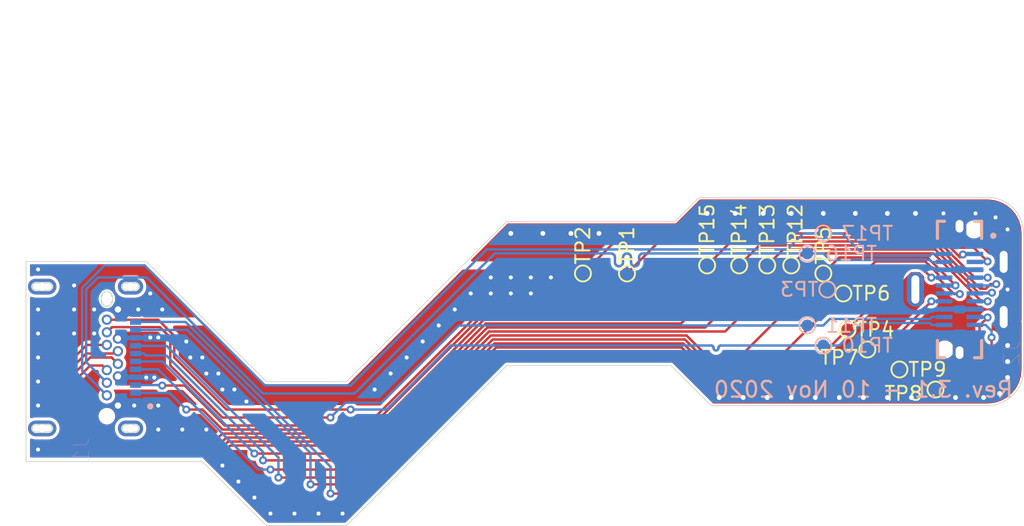
<source format=kicad_pcb>
(kicad_pcb (version 20171130) (host pcbnew "(5.1.7)-1")
  (layers (0 F.Cu signal) (31 B.Cu signal) (34 B.Paste user) (35 F.Paste user) (36 B.SilkS user) (37 F.SilkS user) (38 B.Mask user) (39 F.Mask user) (44 Edge.Cuts user))
  (net 0 "")
  (net 1 /GND)
  (net 2 /TX1+)
  (net 3 /TX1-)
  (net 4 /VBUS)
  (net 5 /CC1)
  (net 6 /D1+)
  (net 7 /D1-)
  (net 8 /SBU1)
  (net 9 /RX2+)
  (net 10 /RX2-)
  (net 11 /TX2+)
  (net 12 /TX2-)
  (net 13 /CC2)
  (net 14 /D2+)
  (net 15 /D2-)
  (net 16 /SBU2)
  (net 17 /RX1-)
  (net 18 /RX1+)
  (module TestPointCustom:TestPoint_Pad_D0.75mm (layer F.Cu) (at 159.766 78.232)
    (fp_text reference TP1 (at 0 -1.778 90) (layer F.SilkS) (effects (font (size 0.889 0.889) (thickness 0.127))))
    (fp_text value TestPoint hide)
    (pad 1 smd circle (at 0 0) (size 0.762 0.762) (layers F.Cu F.Mask) (net 2 /TX1+))
  )
  (module GCT:GCT_USB4065-XX-X_REVA (layer B.Cu) (at 124.714 83.566 90)
    (fp_text reference J1 (at -5.88758 0.45021 90) (layer B.SilkS) (effects (font (size 1.000441 1.000441) (thickness 0.015)) (justify mirror)))
    (fp_text value USB4065-XX-X_REVA)
    (fp_line (start 3.875 1.75) (end 3.575 1.75) (layer Edge.Cuts) (width 0.1))
    (fp_line (start 3.575 2.4) (end 3.875 2.4) (layer Edge.Cuts) (width 0.1))
    (fp_line (start 4.25 3.875) (end 4.25 3.275) (layer Edge.Cuts) (width 0.1))
    (fp_line (start 4.75 3.275) (end 4.75 3.875) (layer Edge.Cuts) (width 0.1))
    (fp_poly (pts (xy 4.75 3.575) (xy 5 3.575) (xy 5 3.875) (xy 4.999315 3.901168) (xy 4.997261 3.927264) (xy 4.993844 3.953217) (xy 4.989074 3.978956) (xy 4.982963 4.00441) (xy 4.975528 4.029508) (xy 4.96679 4.054184) (xy 4.956773 4.078368) (xy 4.945503 4.101995) (xy 4.933013 4.125) (xy 4.919335 4.14732) (xy 4.904508 4.168893) (xy 4.888573 4.18966) (xy 4.871572 4.209565) (xy 4.853553 4.228553) (xy 4.834565 4.246572) (xy 4.81466 4.263573) (xy 4.793893 4.279508) (xy 4.77232 4.294335) (xy 4.75 4.308013) (xy 4.726995 4.320503) (xy 4.703368 4.331773) (xy 4.679184 4.34179) (xy 4.654508 4.350528) (xy 4.62941 4.357963) (xy 4.603956 4.364074) (xy 4.578217 4.368844) (xy 4.552264 4.372261) (xy 4.526168 4.374315) (xy 4.5 4.375) (xy 4.473832 4.374315) (xy 4.447736 4.372261) (xy 4.421783 4.368844) (xy 4.396044 4.364074) (xy 4.37059 4.357963) (xy 4.345492 4.350528) (xy 4.320816 4.34179) (xy 4.296632 4.331773) (xy 4.273005 4.320503) (xy 4.25 4.308013) (xy 4.22768 4.294335) (xy 4.206107 4.279508) (xy 4.18534 4.263573) (xy 4.165435 4.246572) (xy 4.146447 4.228553) (xy 4.128428 4.209565) (xy 4.111427 4.18966) (xy 4.095492 4.168893) (xy 4.080665 4.14732) (xy 4.066987 4.125) (xy 4.054497 4.101995) (xy 4.043227 4.078368) (xy 4.03321 4.054184) (xy 4.024472 4.029508) (xy 4.017037 4.00441) (xy 4.010926 3.978956) (xy 4.006156 3.953217) (xy 4.002739 3.927264) (xy 4.000685 3.901168) (xy 4 3.875) (xy 4 3.575) (xy 4.25 3.575) (xy 4.25 3.875) (xy 4.250343 3.888084) (xy 4.25137 3.901132) (xy 4.253078 3.914109) (xy 4.255463 3.926978) (xy 4.258519 3.939705) (xy 4.262236 3.952254) (xy 4.266605 3.964592) (xy 4.271614 3.976684) (xy 4.277248 3.988498) (xy 4.283494 4) (xy 4.290332 4.01116) (xy 4.297746 4.021946) (xy 4.305714 4.03233) (xy 4.314214 4.042283) (xy 4.323223 4.051777) (xy 4.332717 4.060786) (xy 4.34267 4.069286) (xy 4.353054 4.077254) (xy 4.36384 4.084668) (xy 4.375 4.091506) (xy 4.386502 4.097752) (xy 4.398316 4.103386) (xy 4.410408 4.108395) (xy 4.422746 4.112764) (xy 4.435295 4.116481) (xy 4.448022 4.119537) (xy 4.460891 4.121922) (xy 4.473868 4.12363) (xy 4.486916 4.124657) (xy 4.5 4.125) (xy 4.513084 4.124657) (xy 4.526132 4.12363) (xy 4.539109 4.121922) (xy 4.551978 4.119537) (xy 4.564705 4.116481) (xy 4.577254 4.112764) (xy 4.589592 4.108395) (xy 4.601684 4.103386) (xy 4.613498 4.097752) (xy 4.625 4.091506) (xy 4.63616 4.084668) (xy 4.646946 4.077254) (xy 4.65733 4.069286) (xy 4.667283 4.060786) (xy 4.676777 4.051777) (xy 4.685786 4.042283) (xy 4.694286 4.03233) (xy 4.702254 4.021946) (xy 4.709668 4.01116) (xy 4.716506 4) (xy 4.722752 3.988498) (xy 4.728386 3.976684) (xy 4.733395 3.964592) (xy 4.737764 3.952254) (xy 4.741481 3.939705) (xy 4.744537 3.926978) (xy 4.746922 3.914109) (xy 4.74863 3.901132) (xy 4.749657 3.888084) (xy 4.75 3.875) (xy 4.75 3.575)) (layer B.Cu) (width 0.001))
    (fp_poly (pts (xy 4.25 3.575) (xy 4 3.575) (xy 4 3.275) (xy 4.000685 3.248832) (xy 4.002739 3.222736) (xy 4.006156 3.196783) (xy 4.010926 3.171044) (xy 4.017037 3.14559) (xy 4.024472 3.120492) (xy 4.03321 3.095816) (xy 4.043227 3.071632) (xy 4.054497 3.048005) (xy 4.066987 3.025) (xy 4.080665 3.00268) (xy 4.095492 2.981107) (xy 4.111427 2.96034) (xy 4.128428 2.940435) (xy 4.146447 2.921447) (xy 4.165435 2.903428) (xy 4.18534 2.886427) (xy 4.206107 2.870492) (xy 4.22768 2.855665) (xy 4.25 2.841987) (xy 4.273005 2.829497) (xy 4.296632 2.818227) (xy 4.320816 2.80821) (xy 4.345492 2.799472) (xy 4.37059 2.792037) (xy 4.396044 2.785926) (xy 4.421783 2.781156) (xy 4.447736 2.777739) (xy 4.473832 2.775685) (xy 4.5 2.775) (xy 4.526168 2.775685) (xy 4.552264 2.777739) (xy 4.578217 2.781156) (xy 4.603956 2.785926) (xy 4.62941 2.792037) (xy 4.654508 2.799472) (xy 4.679184 2.80821) (xy 4.703368 2.818227) (xy 4.726995 2.829497) (xy 4.75 2.841987) (xy 4.77232 2.855665) (xy 4.793893 2.870492) (xy 4.81466 2.886427) (xy 4.834565 2.903428) (xy 4.853553 2.921447) (xy 4.871572 2.940435) (xy 4.888573 2.96034) (xy 4.904508 2.981107) (xy 4.919335 3.00268) (xy 4.933013 3.025) (xy 4.945503 3.048005) (xy 4.956773 3.071632) (xy 4.96679 3.095816) (xy 4.975528 3.120492) (xy 4.982963 3.14559) (xy 4.989074 3.171044) (xy 4.993844 3.196783) (xy 4.997261 3.222736) (xy 4.999315 3.248832) (xy 5 3.275) (xy 5 3.575) (xy 4.75 3.575) (xy 4.75 3.275) (xy 4.749657 3.261916) (xy 4.74863 3.248868) (xy 4.746922 3.235891) (xy 4.744537 3.223022) (xy 4.741481 3.210295) (xy 4.737764 3.197746) (xy 4.733395 3.185408) (xy 4.728386 3.173316) (xy 4.722752 3.161502) (xy 4.716506 3.15) (xy 4.709668 3.13884) (xy 4.702254 3.128054) (xy 4.694286 3.11767) (xy 4.685786 3.107717) (xy 4.676777 3.098223) (xy 4.667283 3.089214) (xy 4.65733 3.080714) (xy 4.646946 3.072746) (xy 4.63616 3.065332) (xy 4.625 3.058494) (xy 4.613498 3.052248) (xy 4.601684 3.046614) (xy 4.589592 3.041605) (xy 4.577254 3.037236) (xy 4.564705 3.033519) (xy 4.551978 3.030463) (xy 4.539109 3.028078) (xy 4.526132 3.02637) (xy 4.513084 3.025343) (xy 4.5 3.025) (xy 4.486916 3.025343) (xy 4.473868 3.02637) (xy 4.460891 3.028078) (xy 4.448022 3.030463) (xy 4.435295 3.033519) (xy 4.422746 3.037236) (xy 4.410408 3.041605) (xy 4.398316 3.046614) (xy 4.386502 3.052248) (xy 4.375 3.058494) (xy 4.36384 3.065332) (xy 4.353054 3.072746) (xy 4.34267 3.080714) (xy 4.332717 3.089214) (xy 4.323223 3.098223) (xy 4.314214 3.107717) (xy 4.305714 3.11767) (xy 4.297746 3.128054) (xy 4.290332 3.13884) (xy 4.283494 3.15) (xy 4.277248 3.161502) (xy 4.271614 3.173316) (xy 4.266605 3.185408) (xy 4.262236 3.197746) (xy 4.258519 3.210295) (xy 4.255463 3.223022) (xy 4.253078 3.235891) (xy 4.25137 3.248868) (xy 4.250343 3.261916) (xy 4.25 3.275) (xy 4.25 3.575)) (layer B.Cu) (width 0.001))
    (fp_poly (pts (xy 4.75 3.575) (xy 5 3.575) (xy 5 3.875) (xy 4.999315 3.901168) (xy 4.997261 3.927264) (xy 4.993844 3.953217) (xy 4.989074 3.978956) (xy 4.982963 4.00441) (xy 4.975528 4.029508) (xy 4.96679 4.054184) (xy 4.956773 4.078368) (xy 4.945503 4.101995) (xy 4.933013 4.125) (xy 4.919335 4.14732) (xy 4.904508 4.168893) (xy 4.888573 4.18966) (xy 4.871572 4.209565) (xy 4.853553 4.228553) (xy 4.834565 4.246572) (xy 4.81466 4.263573) (xy 4.793893 4.279508) (xy 4.77232 4.294335) (xy 4.75 4.308013) (xy 4.726995 4.320503) (xy 4.703368 4.331773) (xy 4.679184 4.34179) (xy 4.654508 4.350528) (xy 4.62941 4.357963) (xy 4.603956 4.364074) (xy 4.578217 4.368844) (xy 4.552264 4.372261) (xy 4.526168 4.374315) (xy 4.5 4.375) (xy 4.473832 4.374315) (xy 4.447736 4.372261) (xy 4.421783 4.368844) (xy 4.396044 4.364074) (xy 4.37059 4.357963) (xy 4.345492 4.350528) (xy 4.320816 4.34179) (xy 4.296632 4.331773) (xy 4.273005 4.320503) (xy 4.25 4.308013) (xy 4.22768 4.294335) (xy 4.206107 4.279508) (xy 4.18534 4.263573) (xy 4.165435 4.246572) (xy 4.146447 4.228553) (xy 4.128428 4.209565) (xy 4.111427 4.18966) (xy 4.095492 4.168893) (xy 4.080665 4.14732) (xy 4.066987 4.125) (xy 4.054497 4.101995) (xy 4.043227 4.078368) (xy 4.03321 4.054184) (xy 4.024472 4.029508) (xy 4.017037 4.00441) (xy 4.010926 3.978956) (xy 4.006156 3.953217) (xy 4.002739 3.927264) (xy 4.000685 3.901168) (xy 4 3.875) (xy 4 3.575) (xy 4.25 3.575) (xy 4.25 3.875) (xy 4.250343 3.888084) (xy 4.25137 3.901132) (xy 4.253078 3.914109) (xy 4.255463 3.926978) (xy 4.258519 3.939705) (xy 4.262236 3.952254) (xy 4.266605 3.964592) (xy 4.271614 3.976684) (xy 4.277248 3.988498) (xy 4.283494 4) (xy 4.290332 4.01116) (xy 4.297746 4.021946) (xy 4.305714 4.03233) (xy 4.314214 4.042283) (xy 4.323223 4.051777) (xy 4.332717 4.060786) (xy 4.34267 4.069286) (xy 4.353054 4.077254) (xy 4.36384 4.084668) (xy 4.375 4.091506) (xy 4.386502 4.097752) (xy 4.398316 4.103386) (xy 4.410408 4.108395) (xy 4.422746 4.112764) (xy 4.435295 4.116481) (xy 4.448022 4.119537) (xy 4.460891 4.121922) (xy 4.473868 4.12363) (xy 4.486916 4.124657) (xy 4.5 4.125) (xy 4.513084 4.124657) (xy 4.526132 4.12363) (xy 4.539109 4.121922) (xy 4.551978 4.119537) (xy 4.564705 4.116481) (xy 4.577254 4.112764) (xy 4.589592 4.108395) (xy 4.601684 4.103386) (xy 4.613498 4.097752) (xy 4.625 4.091506) (xy 4.63616 4.084668) (xy 4.646946 4.077254) (xy 4.65733 4.069286) (xy 4.667283 4.060786) (xy 4.676777 4.051777) (xy 4.685786 4.042283) (xy 4.694286 4.03233) (xy 4.702254 4.021946) (xy 4.709668 4.01116) (xy 4.716506 4) (xy 4.722752 3.988498) (xy 4.728386 3.976684) (xy 4.733395 3.964592) (xy 4.737764 3.952254) (xy 4.741481 3.939705) (xy 4.744537 3.926978) (xy 4.746922 3.914109) (xy 4.74863 3.901132) (xy 4.749657 3.888084) (xy 4.75 3.875) (xy 4.75 3.575)) (layer F.Cu) (width 0.001))
    (fp_poly (pts (xy 4.25 3.575) (xy 4 3.575) (xy 4 3.275) (xy 4.000685 3.248832) (xy 4.002739 3.222736) (xy 4.006156 3.196783) (xy 4.010926 3.171044) (xy 4.017037 3.14559) (xy 4.024472 3.120492) (xy 4.03321 3.095816) (xy 4.043227 3.071632) (xy 4.054497 3.048005) (xy 4.066987 3.025) (xy 4.080665 3.00268) (xy 4.095492 2.981107) (xy 4.111427 2.96034) (xy 4.128428 2.940435) (xy 4.146447 2.921447) (xy 4.165435 2.903428) (xy 4.18534 2.886427) (xy 4.206107 2.870492) (xy 4.22768 2.855665) (xy 4.25 2.841987) (xy 4.273005 2.829497) (xy 4.296632 2.818227) (xy 4.320816 2.80821) (xy 4.345492 2.799472) (xy 4.37059 2.792037) (xy 4.396044 2.785926) (xy 4.421783 2.781156) (xy 4.447736 2.777739) (xy 4.473832 2.775685) (xy 4.5 2.775) (xy 4.526168 2.775685) (xy 4.552264 2.777739) (xy 4.578217 2.781156) (xy 4.603956 2.785926) (xy 4.62941 2.792037) (xy 4.654508 2.799472) (xy 4.679184 2.80821) (xy 4.703368 2.818227) (xy 4.726995 2.829497) (xy 4.75 2.841987) (xy 4.77232 2.855665) (xy 4.793893 2.870492) (xy 4.81466 2.886427) (xy 4.834565 2.903428) (xy 4.853553 2.921447) (xy 4.871572 2.940435) (xy 4.888573 2.96034) (xy 4.904508 2.981107) (xy 4.919335 3.00268) (xy 4.933013 3.025) (xy 4.945503 3.048005) (xy 4.956773 3.071632) (xy 4.96679 3.095816) (xy 4.975528 3.120492) (xy 4.982963 3.14559) (xy 4.989074 3.171044) (xy 4.993844 3.196783) (xy 4.997261 3.222736) (xy 4.999315 3.248832) (xy 5 3.275) (xy 5 3.575) (xy 4.75 3.575) (xy 4.75 3.275) (xy 4.749657 3.261916) (xy 4.74863 3.248868) (xy 4.746922 3.235891) (xy 4.744537 3.223022) (xy 4.741481 3.210295) (xy 4.737764 3.197746) (xy 4.733395 3.185408) (xy 4.728386 3.173316) (xy 4.722752 3.161502) (xy 4.716506 3.15) (xy 4.709668 3.13884) (xy 4.702254 3.128054) (xy 4.694286 3.11767) (xy 4.685786 3.107717) (xy 4.676777 3.098223) (xy 4.667283 3.089214) (xy 4.65733 3.080714) (xy 4.646946 3.072746) (xy 4.63616 3.065332) (xy 4.625 3.058494) (xy 4.613498 3.052248) (xy 4.601684 3.046614) (xy 4.589592 3.041605) (xy 4.577254 3.037236) (xy 4.564705 3.033519) (xy 4.551978 3.030463) (xy 4.539109 3.028078) (xy 4.526132 3.02637) (xy 4.513084 3.025343) (xy 4.5 3.025) (xy 4.486916 3.025343) (xy 4.473868 3.02637) (xy 4.460891 3.028078) (xy 4.448022 3.030463) (xy 4.435295 3.033519) (xy 4.422746 3.037236) (xy 4.410408 3.041605) (xy 4.398316 3.046614) (xy 4.386502 3.052248) (xy 4.375 3.058494) (xy 4.36384 3.065332) (xy 4.353054 3.072746) (xy 4.34267 3.080714) (xy 4.332717 3.089214) (xy 4.323223 3.098223) (xy 4.314214 3.107717) (xy 4.305714 3.11767) (xy 4.297746 3.128054) (xy 4.290332 3.13884) (xy 4.283494 3.15) (xy 4.277248 3.161502) (xy 4.271614 3.173316) (xy 4.266605 3.185408) (xy 4.262236 3.197746) (xy 4.258519 3.210295) (xy 4.255463 3.223022) (xy 4.253078 3.235891) (xy 4.25137 3.248868) (xy 4.250343 3.261916) (xy 4.25 3.275) (xy 4.25 3.575)) (layer F.Cu) (width 0.001))
    (fp_line (start -4.75 3.875) (end -4.75 3.275) (layer Edge.Cuts) (width 0.1))
    (fp_line (start -4.25 3.275) (end -4.25 3.875) (layer Edge.Cuts) (width 0.1))
    (fp_poly (pts (xy -4.25 3.575) (xy -4 3.575) (xy -4 3.875) (xy -4.000685 3.901168) (xy -4.002739 3.927264) (xy -4.006156 3.953217) (xy -4.010926 3.978956) (xy -4.017037 4.00441) (xy -4.024472 4.029508) (xy -4.03321 4.054184) (xy -4.043227 4.078368) (xy -4.054497 4.101995) (xy -4.066987 4.125) (xy -4.080665 4.14732) (xy -4.095492 4.168893) (xy -4.111427 4.18966) (xy -4.128428 4.209565) (xy -4.146447 4.228553) (xy -4.165435 4.246572) (xy -4.18534 4.263573) (xy -4.206107 4.279508) (xy -4.22768 4.294335) (xy -4.25 4.308013) (xy -4.273005 4.320503) (xy -4.296632 4.331773) (xy -4.320816 4.34179) (xy -4.345492 4.350528) (xy -4.37059 4.357963) (xy -4.396044 4.364074) (xy -4.421783 4.368844) (xy -4.447736 4.372261) (xy -4.473832 4.374315) (xy -4.5 4.375) (xy -4.526168 4.374315) (xy -4.552264 4.372261) (xy -4.578217 4.368844) (xy -4.603956 4.364074) (xy -4.62941 4.357963) (xy -4.654508 4.350528) (xy -4.679184 4.34179) (xy -4.703368 4.331773) (xy -4.726995 4.320503) (xy -4.75 4.308013) (xy -4.77232 4.294335) (xy -4.793893 4.279508) (xy -4.81466 4.263573) (xy -4.834565 4.246572) (xy -4.853553 4.228553) (xy -4.871572 4.209565) (xy -4.888573 4.18966) (xy -4.904508 4.168893) (xy -4.919335 4.14732) (xy -4.933013 4.125) (xy -4.945503 4.101995) (xy -4.956773 4.078368) (xy -4.96679 4.054184) (xy -4.975528 4.029508) (xy -4.982963 4.00441) (xy -4.989074 3.978956) (xy -4.993844 3.953217) (xy -4.997261 3.927264) (xy -4.999315 3.901168) (xy -5 3.875) (xy -5 3.575) (xy -4.75 3.575) (xy -4.75 3.875) (xy -4.749657 3.888084) (xy -4.74863 3.901132) (xy -4.746922 3.914109) (xy -4.744537 3.926978) (xy -4.741481 3.939705) (xy -4.737764 3.952254) (xy -4.733395 3.964592) (xy -4.728386 3.976684) (xy -4.722752 3.988498) (xy -4.716506 4) (xy -4.709668 4.01116) (xy -4.702254 4.021946) (xy -4.694286 4.03233) (xy -4.685786 4.042283) (xy -4.676777 4.051777) (xy -4.667283 4.060786) (xy -4.65733 4.069286) (xy -4.646946 4.077254) (xy -4.63616 4.084668) (xy -4.625 4.091506) (xy -4.613498 4.097752) (xy -4.601684 4.103386) (xy -4.589592 4.108395) (xy -4.577254 4.112764) (xy -4.564705 4.116481) (xy -4.551978 4.119537) (xy -4.539109 4.121922) (xy -4.526132 4.12363) (xy -4.513084 4.124657) (xy -4.5 4.125) (xy -4.486916 4.124657) (xy -4.473868 4.12363) (xy -4.460891 4.121922) (xy -4.448022 4.119537) (xy -4.435295 4.116481) (xy -4.422746 4.112764) (xy -4.410408 4.108395) (xy -4.398316 4.103386) (xy -4.386502 4.097752) (xy -4.375 4.091506) (xy -4.36384 4.084668) (xy -4.353054 4.077254) (xy -4.34267 4.069286) (xy -4.332717 4.060786) (xy -4.323223 4.051777) (xy -4.314214 4.042283) (xy -4.305714 4.03233) (xy -4.297746 4.021946) (xy -4.290332 4.01116) (xy -4.283494 4) (xy -4.277248 3.988498) (xy -4.271614 3.976684) (xy -4.266605 3.964592) (xy -4.262236 3.952254) (xy -4.258519 3.939705) (xy -4.255463 3.926978) (xy -4.253078 3.914109) (xy -4.25137 3.901132) (xy -4.250343 3.888084) (xy -4.25 3.875) (xy -4.25 3.575)) (layer B.Cu) (width 0.001))
    (fp_poly (pts (xy -4.75 3.575) (xy -5 3.575) (xy -5 3.275) (xy -4.999315 3.248832) (xy -4.997261 3.222736) (xy -4.993844 3.196783) (xy -4.989074 3.171044) (xy -4.982963 3.14559) (xy -4.975528 3.120492) (xy -4.96679 3.095816) (xy -4.956773 3.071632) (xy -4.945503 3.048005) (xy -4.933013 3.025) (xy -4.919335 3.00268) (xy -4.904508 2.981107) (xy -4.888573 2.96034) (xy -4.871572 2.940435) (xy -4.853553 2.921447) (xy -4.834565 2.903428) (xy -4.81466 2.886427) (xy -4.793893 2.870492) (xy -4.77232 2.855665) (xy -4.75 2.841987) (xy -4.726995 2.829497) (xy -4.703368 2.818227) (xy -4.679184 2.80821) (xy -4.654508 2.799472) (xy -4.62941 2.792037) (xy -4.603956 2.785926) (xy -4.578217 2.781156) (xy -4.552264 2.777739) (xy -4.526168 2.775685) (xy -4.5 2.775) (xy -4.473832 2.775685) (xy -4.447736 2.777739) (xy -4.421783 2.781156) (xy -4.396044 2.785926) (xy -4.37059 2.792037) (xy -4.345492 2.799472) (xy -4.320816 2.80821) (xy -4.296632 2.818227) (xy -4.273005 2.829497) (xy -4.25 2.841987) (xy -4.22768 2.855665) (xy -4.206107 2.870492) (xy -4.18534 2.886427) (xy -4.165435 2.903428) (xy -4.146447 2.921447) (xy -4.128428 2.940435) (xy -4.111427 2.96034) (xy -4.095492 2.981107) (xy -4.080665 3.00268) (xy -4.066987 3.025) (xy -4.054497 3.048005) (xy -4.043227 3.071632) (xy -4.03321 3.095816) (xy -4.024472 3.120492) (xy -4.017037 3.14559) (xy -4.010926 3.171044) (xy -4.006156 3.196783) (xy -4.002739 3.222736) (xy -4.000685 3.248832) (xy -4 3.275) (xy -4 3.575) (xy -4.25 3.575) (xy -4.25 3.275) (xy -4.250343 3.261916) (xy -4.25137 3.248868) (xy -4.253078 3.235891) (xy -4.255463 3.223022) (xy -4.258519 3.210295) (xy -4.262236 3.197746) (xy -4.266605 3.185408) (xy -4.271614 3.173316) (xy -4.277248 3.161502) (xy -4.283494 3.15) (xy -4.290332 3.13884) (xy -4.297746 3.128054) (xy -4.305714 3.11767) (xy -4.314214 3.107717) (xy -4.323223 3.098223) (xy -4.332717 3.089214) (xy -4.34267 3.080714) (xy -4.353054 3.072746) (xy -4.36384 3.065332) (xy -4.375 3.058494) (xy -4.386502 3.052248) (xy -4.398316 3.046614) (xy -4.410408 3.041605) (xy -4.422746 3.037236) (xy -4.435295 3.033519) (xy -4.448022 3.030463) (xy -4.460891 3.028078) (xy -4.473868 3.02637) (xy -4.486916 3.025343) (xy -4.5 3.025) (xy -4.513084 3.025343) (xy -4.526132 3.02637) (xy -4.539109 3.028078) (xy -4.551978 3.030463) (xy -4.564705 3.033519) (xy -4.577254 3.037236) (xy -4.589592 3.041605) (xy -4.601684 3.046614) (xy -4.613498 3.052248) (xy -4.625 3.058494) (xy -4.63616 3.065332) (xy -4.646946 3.072746) (xy -4.65733 3.080714) (xy -4.667283 3.089214) (xy -4.676777 3.098223) (xy -4.685786 3.107717) (xy -4.694286 3.11767) (xy -4.702254 3.128054) (xy -4.709668 3.13884) (xy -4.716506 3.15) (xy -4.722752 3.161502) (xy -4.728386 3.173316) (xy -4.733395 3.185408) (xy -4.737764 3.197746) (xy -4.741481 3.210295) (xy -4.744537 3.223022) (xy -4.746922 3.235891) (xy -4.74863 3.248868) (xy -4.749657 3.261916) (xy -4.75 3.275) (xy -4.75 3.575)) (layer B.Cu) (width 0.001))
    (fp_poly (pts (xy -4.25 3.575) (xy -4 3.575) (xy -4 3.875) (xy -4.000685 3.901168) (xy -4.002739 3.927264) (xy -4.006156 3.953217) (xy -4.010926 3.978956) (xy -4.017037 4.00441) (xy -4.024472 4.029508) (xy -4.03321 4.054184) (xy -4.043227 4.078368) (xy -4.054497 4.101995) (xy -4.066987 4.125) (xy -4.080665 4.14732) (xy -4.095492 4.168893) (xy -4.111427 4.18966) (xy -4.128428 4.209565) (xy -4.146447 4.228553) (xy -4.165435 4.246572) (xy -4.18534 4.263573) (xy -4.206107 4.279508) (xy -4.22768 4.294335) (xy -4.25 4.308013) (xy -4.273005 4.320503) (xy -4.296632 4.331773) (xy -4.320816 4.34179) (xy -4.345492 4.350528) (xy -4.37059 4.357963) (xy -4.396044 4.364074) (xy -4.421783 4.368844) (xy -4.447736 4.372261) (xy -4.473832 4.374315) (xy -4.5 4.375) (xy -4.526168 4.374315) (xy -4.552264 4.372261) (xy -4.578217 4.368844) (xy -4.603956 4.364074) (xy -4.62941 4.357963) (xy -4.654508 4.350528) (xy -4.679184 4.34179) (xy -4.703368 4.331773) (xy -4.726995 4.320503) (xy -4.75 4.308013) (xy -4.77232 4.294335) (xy -4.793893 4.279508) (xy -4.81466 4.263573) (xy -4.834565 4.246572) (xy -4.853553 4.228553) (xy -4.871572 4.209565) (xy -4.888573 4.18966) (xy -4.904508 4.168893) (xy -4.919335 4.14732) (xy -4.933013 4.125) (xy -4.945503 4.101995) (xy -4.956773 4.078368) (xy -4.96679 4.054184) (xy -4.975528 4.029508) (xy -4.982963 4.00441) (xy -4.989074 3.978956) (xy -4.993844 3.953217) (xy -4.997261 3.927264) (xy -4.999315 3.901168) (xy -5 3.875) (xy -5 3.575) (xy -4.75 3.575) (xy -4.75 3.875) (xy -4.749657 3.888084) (xy -4.74863 3.901132) (xy -4.746922 3.914109) (xy -4.744537 3.926978) (xy -4.741481 3.939705) (xy -4.737764 3.952254) (xy -4.733395 3.964592) (xy -4.728386 3.976684) (xy -4.722752 3.988498) (xy -4.716506 4) (xy -4.709668 4.01116) (xy -4.702254 4.021946) (xy -4.694286 4.03233) (xy -4.685786 4.042283) (xy -4.676777 4.051777) (xy -4.667283 4.060786) (xy -4.65733 4.069286) (xy -4.646946 4.077254) (xy -4.63616 4.084668) (xy -4.625 4.091506) (xy -4.613498 4.097752) (xy -4.601684 4.103386) (xy -4.589592 4.108395) (xy -4.577254 4.112764) (xy -4.564705 4.116481) (xy -4.551978 4.119537) (xy -4.539109 4.121922) (xy -4.526132 4.12363) (xy -4.513084 4.124657) (xy -4.5 4.125) (xy -4.486916 4.124657) (xy -4.473868 4.12363) (xy -4.460891 4.121922) (xy -4.448022 4.119537) (xy -4.435295 4.116481) (xy -4.422746 4.112764) (xy -4.410408 4.108395) (xy -4.398316 4.103386) (xy -4.386502 4.097752) (xy -4.375 4.091506) (xy -4.36384 4.084668) (xy -4.353054 4.077254) (xy -4.34267 4.069286) (xy -4.332717 4.060786) (xy -4.323223 4.051777) (xy -4.314214 4.042283) (xy -4.305714 4.03233) (xy -4.297746 4.021946) (xy -4.290332 4.01116) (xy -4.283494 4) (xy -4.277248 3.988498) (xy -4.271614 3.976684) (xy -4.266605 3.964592) (xy -4.262236 3.952254) (xy -4.258519 3.939705) (xy -4.255463 3.926978) (xy -4.253078 3.914109) (xy -4.25137 3.901132) (xy -4.250343 3.888084) (xy -4.25 3.875) (xy -4.25 3.575)) (layer F.Cu) (width 0.001))
    (fp_poly (pts (xy -4.75 3.575) (xy -5 3.575) (xy -5 3.275) (xy -4.999315 3.248832) (xy -4.997261 3.222736) (xy -4.993844 3.196783) (xy -4.989074 3.171044) (xy -4.982963 3.14559) (xy -4.975528 3.120492) (xy -4.96679 3.095816) (xy -4.956773 3.071632) (xy -4.945503 3.048005) (xy -4.933013 3.025) (xy -4.919335 3.00268) (xy -4.904508 2.981107) (xy -4.888573 2.96034) (xy -4.871572 2.940435) (xy -4.853553 2.921447) (xy -4.834565 2.903428) (xy -4.81466 2.886427) (xy -4.793893 2.870492) (xy -4.77232 2.855665) (xy -4.75 2.841987) (xy -4.726995 2.829497) (xy -4.703368 2.818227) (xy -4.679184 2.80821) (xy -4.654508 2.799472) (xy -4.62941 2.792037) (xy -4.603956 2.785926) (xy -4.578217 2.781156) (xy -4.552264 2.777739) (xy -4.526168 2.775685) (xy -4.5 2.775) (xy -4.473832 2.775685) (xy -4.447736 2.777739) (xy -4.421783 2.781156) (xy -4.396044 2.785926) (xy -4.37059 2.792037) (xy -4.345492 2.799472) (xy -4.320816 2.80821) (xy -4.296632 2.818227) (xy -4.273005 2.829497) (xy -4.25 2.841987) (xy -4.22768 2.855665) (xy -4.206107 2.870492) (xy -4.18534 2.886427) (xy -4.165435 2.903428) (xy -4.146447 2.921447) (xy -4.128428 2.940435) (xy -4.111427 2.96034) (xy -4.095492 2.981107) (xy -4.080665 3.00268) (xy -4.066987 3.025) (xy -4.054497 3.048005) (xy -4.043227 3.071632) (xy -4.03321 3.095816) (xy -4.024472 3.120492) (xy -4.017037 3.14559) (xy -4.010926 3.171044) (xy -4.006156 3.196783) (xy -4.002739 3.222736) (xy -4.000685 3.248832) (xy -4 3.275) (xy -4 3.575) (xy -4.25 3.575) (xy -4.25 3.275) (xy -4.250343 3.261916) (xy -4.25137 3.248868) (xy -4.253078 3.235891) (xy -4.255463 3.223022) (xy -4.258519 3.210295) (xy -4.262236 3.197746) (xy -4.266605 3.185408) (xy -4.271614 3.173316) (xy -4.277248 3.161502) (xy -4.283494 3.15) (xy -4.290332 3.13884) (xy -4.297746 3.128054) (xy -4.305714 3.11767) (xy -4.314214 3.107717) (xy -4.323223 3.098223) (xy -4.332717 3.089214) (xy -4.34267 3.080714) (xy -4.353054 3.072746) (xy -4.36384 3.065332) (xy -4.375 3.058494) (xy -4.386502 3.052248) (xy -4.398316 3.046614) (xy -4.410408 3.041605) (xy -4.422746 3.037236) (xy -4.435295 3.033519) (xy -4.448022 3.030463) (xy -4.460891 3.028078) (xy -4.473868 3.02637) (xy -4.486916 3.025343) (xy -4.5 3.025) (xy -4.513084 3.025343) (xy -4.526132 3.02637) (xy -4.539109 3.028078) (xy -4.551978 3.030463) (xy -4.564705 3.033519) (xy -4.577254 3.037236) (xy -4.589592 3.041605) (xy -4.601684 3.046614) (xy -4.613498 3.052248) (xy -4.625 3.058494) (xy -4.63616 3.065332) (xy -4.646946 3.072746) (xy -4.65733 3.080714) (xy -4.667283 3.089214) (xy -4.676777 3.098223) (xy -4.685786 3.107717) (xy -4.694286 3.11767) (xy -4.702254 3.128054) (xy -4.709668 3.13884) (xy -4.716506 3.15) (xy -4.722752 3.161502) (xy -4.728386 3.173316) (xy -4.733395 3.185408) (xy -4.737764 3.197746) (xy -4.741481 3.210295) (xy -4.744537 3.223022) (xy -4.746922 3.235891) (xy -4.74863 3.248868) (xy -4.749657 3.261916) (xy -4.75 3.275) (xy -4.75 3.575)) (layer F.Cu) (width 0.001))
    (fp_line (start 4.25 -1.625) (end 4.25 -2.425) (layer Edge.Cuts) (width 0.1))
    (fp_line (start 4.75 -2.425) (end 4.75 -1.625) (layer Edge.Cuts) (width 0.1))
    (fp_poly (pts (xy 4.75 -2.025) (xy 5 -2.025) (xy 5 -1.625) (xy 4.999315 -1.598832) (xy 4.997261 -1.572736) (xy 4.993844 -1.546783) (xy 4.989074 -1.521044) (xy 4.982963 -1.49559) (xy 4.975528 -1.470492) (xy 4.96679 -1.445816) (xy 4.956773 -1.421632) (xy 4.945503 -1.398005) (xy 4.933013 -1.375) (xy 4.919335 -1.35268) (xy 4.904508 -1.331107) (xy 4.888573 -1.31034) (xy 4.871572 -1.290435) (xy 4.853553 -1.271447) (xy 4.834565 -1.253428) (xy 4.81466 -1.236427) (xy 4.793893 -1.220492) (xy 4.77232 -1.205665) (xy 4.75 -1.191987) (xy 4.726995 -1.179497) (xy 4.703368 -1.168227) (xy 4.679184 -1.15821) (xy 4.654508 -1.149472) (xy 4.62941 -1.142037) (xy 4.603956 -1.135926) (xy 4.578217 -1.131156) (xy 4.552264 -1.127739) (xy 4.526168 -1.125685) (xy 4.5 -1.125) (xy 4.473832 -1.125685) (xy 4.447736 -1.127739) (xy 4.421783 -1.131156) (xy 4.396044 -1.135926) (xy 4.37059 -1.142037) (xy 4.345492 -1.149472) (xy 4.320816 -1.15821) (xy 4.296632 -1.168227) (xy 4.273005 -1.179497) (xy 4.25 -1.191987) (xy 4.22768 -1.205665) (xy 4.206107 -1.220492) (xy 4.18534 -1.236427) (xy 4.165435 -1.253428) (xy 4.146447 -1.271447) (xy 4.128428 -1.290435) (xy 4.111427 -1.31034) (xy 4.095492 -1.331107) (xy 4.080665 -1.35268) (xy 4.066987 -1.375) (xy 4.054497 -1.398005) (xy 4.043227 -1.421632) (xy 4.03321 -1.445816) (xy 4.024472 -1.470492) (xy 4.017037 -1.49559) (xy 4.010926 -1.521044) (xy 4.006156 -1.546783) (xy 4.002739 -1.572736) (xy 4.000685 -1.598832) (xy 4 -1.625) (xy 4 -2.025) (xy 4.25 -2.025) (xy 4.25 -1.625) (xy 4.250343 -1.611916) (xy 4.25137 -1.598868) (xy 4.253078 -1.585891) (xy 4.255463 -1.573022) (xy 4.258519 -1.560295) (xy 4.262236 -1.547746) (xy 4.266605 -1.535408) (xy 4.271614 -1.523316) (xy 4.277248 -1.511502) (xy 4.283494 -1.5) (xy 4.290332 -1.48884) (xy 4.297746 -1.478054) (xy 4.305714 -1.46767) (xy 4.314214 -1.457717) (xy 4.323223 -1.448223) (xy 4.332717 -1.439214) (xy 4.34267 -1.430714) (xy 4.353054 -1.422746) (xy 4.36384 -1.415332) (xy 4.375 -1.408494) (xy 4.386502 -1.402248) (xy 4.398316 -1.396614) (xy 4.410408 -1.391605) (xy 4.422746 -1.387236) (xy 4.435295 -1.383519) (xy 4.448022 -1.380463) (xy 4.460891 -1.378078) (xy 4.473868 -1.37637) (xy 4.486916 -1.375343) (xy 4.5 -1.375) (xy 4.513084 -1.375343) (xy 4.526132 -1.37637) (xy 4.539109 -1.378078) (xy 4.551978 -1.380463) (xy 4.564705 -1.383519) (xy 4.577254 -1.387236) (xy 4.589592 -1.391605) (xy 4.601684 -1.396614) (xy 4.613498 -1.402248) (xy 4.625 -1.408494) (xy 4.63616 -1.415332) (xy 4.646946 -1.422746) (xy 4.65733 -1.430714) (xy 4.667283 -1.439214) (xy 4.676777 -1.448223) (xy 4.685786 -1.457717) (xy 4.694286 -1.46767) (xy 4.702254 -1.478054) (xy 4.709668 -1.48884) (xy 4.716506 -1.5) (xy 4.722752 -1.511502) (xy 4.728386 -1.523316) (xy 4.733395 -1.535408) (xy 4.737764 -1.547746) (xy 4.741481 -1.560295) (xy 4.744537 -1.573022) (xy 4.746922 -1.585891) (xy 4.74863 -1.598868) (xy 4.749657 -1.611916) (xy 4.75 -1.625) (xy 4.75 -2.025)) (layer B.Cu) (width 0.001))
    (fp_poly (pts (xy 4.25 -2.025) (xy 4 -2.025) (xy 4 -2.425) (xy 4.000685 -2.451168) (xy 4.002739 -2.477264) (xy 4.006156 -2.503217) (xy 4.010926 -2.528956) (xy 4.017037 -2.55441) (xy 4.024472 -2.579508) (xy 4.03321 -2.604184) (xy 4.043227 -2.628368) (xy 4.054497 -2.651995) (xy 4.066987 -2.675) (xy 4.080665 -2.69732) (xy 4.095492 -2.718893) (xy 4.111427 -2.73966) (xy 4.128428 -2.759565) (xy 4.146447 -2.778553) (xy 4.165435 -2.796572) (xy 4.18534 -2.813573) (xy 4.206107 -2.829508) (xy 4.22768 -2.844335) (xy 4.25 -2.858013) (xy 4.273005 -2.870503) (xy 4.296632 -2.881773) (xy 4.320816 -2.89179) (xy 4.345492 -2.900528) (xy 4.37059 -2.907963) (xy 4.396044 -2.914074) (xy 4.421783 -2.918844) (xy 4.447736 -2.922261) (xy 4.473832 -2.924315) (xy 4.5 -2.925) (xy 4.526168 -2.924315) (xy 4.552264 -2.922261) (xy 4.578217 -2.918844) (xy 4.603956 -2.914074) (xy 4.62941 -2.907963) (xy 4.654508 -2.900528) (xy 4.679184 -2.89179) (xy 4.703368 -2.881773) (xy 4.726995 -2.870503) (xy 4.75 -2.858013) (xy 4.77232 -2.844335) (xy 4.793893 -2.829508) (xy 4.81466 -2.813573) (xy 4.834565 -2.796572) (xy 4.853553 -2.778553) (xy 4.871572 -2.759565) (xy 4.888573 -2.73966) (xy 4.904508 -2.718893) (xy 4.919335 -2.69732) (xy 4.933013 -2.675) (xy 4.945503 -2.651995) (xy 4.956773 -2.628368) (xy 4.96679 -2.604184) (xy 4.975528 -2.579508) (xy 4.982963 -2.55441) (xy 4.989074 -2.528956) (xy 4.993844 -2.503217) (xy 4.997261 -2.477264) (xy 4.999315 -2.451168) (xy 5 -2.425) (xy 5 -2.025) (xy 4.75 -2.025) (xy 4.75 -2.425) (xy 4.749657 -2.438084) (xy 4.74863 -2.451132) (xy 4.746922 -2.464109) (xy 4.744537 -2.476978) (xy 4.741481 -2.489705) (xy 4.737764 -2.502254) (xy 4.733395 -2.514592) (xy 4.728386 -2.526684) (xy 4.722752 -2.538498) (xy 4.716506 -2.55) (xy 4.709668 -2.56116) (xy 4.702254 -2.571946) (xy 4.694286 -2.58233) (xy 4.685786 -2.592283) (xy 4.676777 -2.601777) (xy 4.667283 -2.610786) (xy 4.65733 -2.619286) (xy 4.646946 -2.627254) (xy 4.63616 -2.634668) (xy 4.625 -2.641506) (xy 4.613498 -2.647752) (xy 4.601684 -2.653386) (xy 4.589592 -2.658395) (xy 4.577254 -2.662764) (xy 4.564705 -2.666481) (xy 4.551978 -2.669537) (xy 4.539109 -2.671922) (xy 4.526132 -2.67363) (xy 4.513084 -2.674657) (xy 4.5 -2.675) (xy 4.486916 -2.674657) (xy 4.473868 -2.67363) (xy 4.460891 -2.671922) (xy 4.448022 -2.669537) (xy 4.435295 -2.666481) (xy 4.422746 -2.662764) (xy 4.410408 -2.658395) (xy 4.398316 -2.653386) (xy 4.386502 -2.647752) (xy 4.375 -2.641506) (xy 4.36384 -2.634668) (xy 4.353054 -2.627254) (xy 4.34267 -2.619286) (xy 4.332717 -2.610786) (xy 4.323223 -2.601777) (xy 4.314214 -2.592283) (xy 4.305714 -2.58233) (xy 4.297746 -2.571946) (xy 4.290332 -2.56116) (xy 4.283494 -2.55) (xy 4.277248 -2.538498) (xy 4.271614 -2.526684) (xy 4.266605 -2.514592) (xy 4.262236 -2.502254) (xy 4.258519 -2.489705) (xy 4.255463 -2.476978) (xy 4.253078 -2.464109) (xy 4.25137 -2.451132) (xy 4.250343 -2.438084) (xy 4.25 -2.425) (xy 4.25 -2.025)) (layer B.Cu) (width 0.001))
    (fp_poly (pts (xy 4.75 -2.025) (xy 5 -2.025) (xy 5 -1.625) (xy 4.999315 -1.598832) (xy 4.997261 -1.572736) (xy 4.993844 -1.546783) (xy 4.989074 -1.521044) (xy 4.982963 -1.49559) (xy 4.975528 -1.470492) (xy 4.96679 -1.445816) (xy 4.956773 -1.421632) (xy 4.945503 -1.398005) (xy 4.933013 -1.375) (xy 4.919335 -1.35268) (xy 4.904508 -1.331107) (xy 4.888573 -1.31034) (xy 4.871572 -1.290435) (xy 4.853553 -1.271447) (xy 4.834565 -1.253428) (xy 4.81466 -1.236427) (xy 4.793893 -1.220492) (xy 4.77232 -1.205665) (xy 4.75 -1.191987) (xy 4.726995 -1.179497) (xy 4.703368 -1.168227) (xy 4.679184 -1.15821) (xy 4.654508 -1.149472) (xy 4.62941 -1.142037) (xy 4.603956 -1.135926) (xy 4.578217 -1.131156) (xy 4.552264 -1.127739) (xy 4.526168 -1.125685) (xy 4.5 -1.125) (xy 4.473832 -1.125685) (xy 4.447736 -1.127739) (xy 4.421783 -1.131156) (xy 4.396044 -1.135926) (xy 4.37059 -1.142037) (xy 4.345492 -1.149472) (xy 4.320816 -1.15821) (xy 4.296632 -1.168227) (xy 4.273005 -1.179497) (xy 4.25 -1.191987) (xy 4.22768 -1.205665) (xy 4.206107 -1.220492) (xy 4.18534 -1.236427) (xy 4.165435 -1.253428) (xy 4.146447 -1.271447) (xy 4.128428 -1.290435) (xy 4.111427 -1.31034) (xy 4.095492 -1.331107) (xy 4.080665 -1.35268) (xy 4.066987 -1.375) (xy 4.054497 -1.398005) (xy 4.043227 -1.421632) (xy 4.03321 -1.445816) (xy 4.024472 -1.470492) (xy 4.017037 -1.49559) (xy 4.010926 -1.521044) (xy 4.006156 -1.546783) (xy 4.002739 -1.572736) (xy 4.000685 -1.598832) (xy 4 -1.625) (xy 4 -2.025) (xy 4.25 -2.025) (xy 4.25 -1.625) (xy 4.250343 -1.611916) (xy 4.25137 -1.598868) (xy 4.253078 -1.585891) (xy 4.255463 -1.573022) (xy 4.258519 -1.560295) (xy 4.262236 -1.547746) (xy 4.266605 -1.535408) (xy 4.271614 -1.523316) (xy 4.277248 -1.511502) (xy 4.283494 -1.5) (xy 4.290332 -1.48884) (xy 4.297746 -1.478054) (xy 4.305714 -1.46767) (xy 4.314214 -1.457717) (xy 4.323223 -1.448223) (xy 4.332717 -1.439214) (xy 4.34267 -1.430714) (xy 4.353054 -1.422746) (xy 4.36384 -1.415332) (xy 4.375 -1.408494) (xy 4.386502 -1.402248) (xy 4.398316 -1.396614) (xy 4.410408 -1.391605) (xy 4.422746 -1.387236) (xy 4.435295 -1.383519) (xy 4.448022 -1.380463) (xy 4.460891 -1.378078) (xy 4.473868 -1.37637) (xy 4.486916 -1.375343) (xy 4.5 -1.375) (xy 4.513084 -1.375343) (xy 4.526132 -1.37637) (xy 4.539109 -1.378078) (xy 4.551978 -1.380463) (xy 4.564705 -1.383519) (xy 4.577254 -1.387236) (xy 4.589592 -1.391605) (xy 4.601684 -1.396614) (xy 4.613498 -1.402248) (xy 4.625 -1.408494) (xy 4.63616 -1.415332) (xy 4.646946 -1.422746) (xy 4.65733 -1.430714) (xy 4.667283 -1.439214) (xy 4.676777 -1.448223) (xy 4.685786 -1.457717) (xy 4.694286 -1.46767) (xy 4.702254 -1.478054) (xy 4.709668 -1.48884) (xy 4.716506 -1.5) (xy 4.722752 -1.511502) (xy 4.728386 -1.523316) (xy 4.733395 -1.535408) (xy 4.737764 -1.547746) (xy 4.741481 -1.560295) (xy 4.744537 -1.573022) (xy 4.746922 -1.585891) (xy 4.74863 -1.598868) (xy 4.749657 -1.611916) (xy 4.75 -1.625) (xy 4.75 -2.025)) (layer F.Cu) (width 0.001))
    (fp_poly (pts (xy 4.25 -2.025) (xy 4 -2.025) (xy 4 -2.425) (xy 4.000685 -2.451168) (xy 4.002739 -2.477264) (xy 4.006156 -2.503217) (xy 4.010926 -2.528956) (xy 4.017037 -2.55441) (xy 4.024472 -2.579508) (xy 4.03321 -2.604184) (xy 4.043227 -2.628368) (xy 4.054497 -2.651995) (xy 4.066987 -2.675) (xy 4.080665 -2.69732) (xy 4.095492 -2.718893) (xy 4.111427 -2.73966) (xy 4.128428 -2.759565) (xy 4.146447 -2.778553) (xy 4.165435 -2.796572) (xy 4.18534 -2.813573) (xy 4.206107 -2.829508) (xy 4.22768 -2.844335) (xy 4.25 -2.858013) (xy 4.273005 -2.870503) (xy 4.296632 -2.881773) (xy 4.320816 -2.89179) (xy 4.345492 -2.900528) (xy 4.37059 -2.907963) (xy 4.396044 -2.914074) (xy 4.421783 -2.918844) (xy 4.447736 -2.922261) (xy 4.473832 -2.924315) (xy 4.5 -2.925) (xy 4.526168 -2.924315) (xy 4.552264 -2.922261) (xy 4.578217 -2.918844) (xy 4.603956 -2.914074) (xy 4.62941 -2.907963) (xy 4.654508 -2.900528) (xy 4.679184 -2.89179) (xy 4.703368 -2.881773) (xy 4.726995 -2.870503) (xy 4.75 -2.858013) (xy 4.77232 -2.844335) (xy 4.793893 -2.829508) (xy 4.81466 -2.813573) (xy 4.834565 -2.796572) (xy 4.853553 -2.778553) (xy 4.871572 -2.759565) (xy 4.888573 -2.73966) (xy 4.904508 -2.718893) (xy 4.919335 -2.69732) (xy 4.933013 -2.675) (xy 4.945503 -2.651995) (xy 4.956773 -2.628368) (xy 4.96679 -2.604184) (xy 4.975528 -2.579508) (xy 4.982963 -2.55441) (xy 4.989074 -2.528956) (xy 4.993844 -2.503217) (xy 4.997261 -2.477264) (xy 4.999315 -2.451168) (xy 5 -2.425) (xy 5 -2.025) (xy 4.75 -2.025) (xy 4.75 -2.425) (xy 4.749657 -2.438084) (xy 4.74863 -2.451132) (xy 4.746922 -2.464109) (xy 4.744537 -2.476978) (xy 4.741481 -2.489705) (xy 4.737764 -2.502254) (xy 4.733395 -2.514592) (xy 4.728386 -2.526684) (xy 4.722752 -2.538498) (xy 4.716506 -2.55) (xy 4.709668 -2.56116) (xy 4.702254 -2.571946) (xy 4.694286 -2.58233) (xy 4.685786 -2.592283) (xy 4.676777 -2.601777) (xy 4.667283 -2.610786) (xy 4.65733 -2.619286) (xy 4.646946 -2.627254) (xy 4.63616 -2.634668) (xy 4.625 -2.641506) (xy 4.613498 -2.647752) (xy 4.601684 -2.653386) (xy 4.589592 -2.658395) (xy 4.577254 -2.662764) (xy 4.564705 -2.666481) (xy 4.551978 -2.669537) (xy 4.539109 -2.671922) (xy 4.526132 -2.67363) (xy 4.513084 -2.674657) (xy 4.5 -2.675) (xy 4.486916 -2.674657) (xy 4.473868 -2.67363) (xy 4.460891 -2.671922) (xy 4.448022 -2.669537) (xy 4.435295 -2.666481) (xy 4.422746 -2.662764) (xy 4.410408 -2.658395) (xy 4.398316 -2.653386) (xy 4.386502 -2.647752) (xy 4.375 -2.641506) (xy 4.36384 -2.634668) (xy 4.353054 -2.627254) (xy 4.34267 -2.619286) (xy 4.332717 -2.610786) (xy 4.323223 -2.601777) (xy 4.314214 -2.592283) (xy 4.305714 -2.58233) (xy 4.297746 -2.571946) (xy 4.290332 -2.56116) (xy 4.283494 -2.55) (xy 4.277248 -2.538498) (xy 4.271614 -2.526684) (xy 4.266605 -2.514592) (xy 4.262236 -2.502254) (xy 4.258519 -2.489705) (xy 4.255463 -2.476978) (xy 4.253078 -2.464109) (xy 4.25137 -2.451132) (xy 4.250343 -2.438084) (xy 4.25 -2.425) (xy 4.25 -2.025)) (layer F.Cu) (width 0.001))
    (fp_line (start -4.75 -1.625) (end -4.75 -2.425) (layer Edge.Cuts) (width 0.1))
    (fp_line (start -4.25 -2.425) (end -4.25 -1.625) (layer Edge.Cuts) (width 0.1))
    (fp_poly (pts (xy -4.25 -2.025) (xy -4 -2.025) (xy -4 -1.625) (xy -4.000685 -1.598832) (xy -4.002739 -1.572736) (xy -4.006156 -1.546783) (xy -4.010926 -1.521044) (xy -4.017037 -1.49559) (xy -4.024472 -1.470492) (xy -4.03321 -1.445816) (xy -4.043227 -1.421632) (xy -4.054497 -1.398005) (xy -4.066987 -1.375) (xy -4.080665 -1.35268) (xy -4.095492 -1.331107) (xy -4.111427 -1.31034) (xy -4.128428 -1.290435) (xy -4.146447 -1.271447) (xy -4.165435 -1.253428) (xy -4.18534 -1.236427) (xy -4.206107 -1.220492) (xy -4.22768 -1.205665) (xy -4.25 -1.191987) (xy -4.273005 -1.179497) (xy -4.296632 -1.168227) (xy -4.320816 -1.15821) (xy -4.345492 -1.149472) (xy -4.37059 -1.142037) (xy -4.396044 -1.135926) (xy -4.421783 -1.131156) (xy -4.447736 -1.127739) (xy -4.473832 -1.125685) (xy -4.5 -1.125) (xy -4.526168 -1.125685) (xy -4.552264 -1.127739) (xy -4.578217 -1.131156) (xy -4.603956 -1.135926) (xy -4.62941 -1.142037) (xy -4.654508 -1.149472) (xy -4.679184 -1.15821) (xy -4.703368 -1.168227) (xy -4.726995 -1.179497) (xy -4.75 -1.191987) (xy -4.77232 -1.205665) (xy -4.793893 -1.220492) (xy -4.81466 -1.236427) (xy -4.834565 -1.253428) (xy -4.853553 -1.271447) (xy -4.871572 -1.290435) (xy -4.888573 -1.31034) (xy -4.904508 -1.331107) (xy -4.919335 -1.35268) (xy -4.933013 -1.375) (xy -4.945503 -1.398005) (xy -4.956773 -1.421632) (xy -4.96679 -1.445816) (xy -4.975528 -1.470492) (xy -4.982963 -1.49559) (xy -4.989074 -1.521044) (xy -4.993844 -1.546783) (xy -4.997261 -1.572736) (xy -4.999315 -1.598832) (xy -5 -1.625) (xy -5 -2.025) (xy -4.75 -2.025) (xy -4.75 -1.625) (xy -4.749657 -1.611916) (xy -4.74863 -1.598868) (xy -4.746922 -1.585891) (xy -4.744537 -1.573022) (xy -4.741481 -1.560295) (xy -4.737764 -1.547746) (xy -4.733395 -1.535408) (xy -4.728386 -1.523316) (xy -4.722752 -1.511502) (xy -4.716506 -1.5) (xy -4.709668 -1.48884) (xy -4.702254 -1.478054) (xy -4.694286 -1.46767) (xy -4.685786 -1.457717) (xy -4.676777 -1.448223) (xy -4.667283 -1.439214) (xy -4.65733 -1.430714) (xy -4.646946 -1.422746) (xy -4.63616 -1.415332) (xy -4.625 -1.408494) (xy -4.613498 -1.402248) (xy -4.601684 -1.396614) (xy -4.589592 -1.391605) (xy -4.577254 -1.387236) (xy -4.564705 -1.383519) (xy -4.551978 -1.380463) (xy -4.539109 -1.378078) (xy -4.526132 -1.37637) (xy -4.513084 -1.375343) (xy -4.5 -1.375) (xy -4.486916 -1.375343) (xy -4.473868 -1.37637) (xy -4.460891 -1.378078) (xy -4.448022 -1.380463) (xy -4.435295 -1.383519) (xy -4.422746 -1.387236) (xy -4.410408 -1.391605) (xy -4.398316 -1.396614) (xy -4.386502 -1.402248) (xy -4.375 -1.408494) (xy -4.36384 -1.415332) (xy -4.353054 -1.422746) (xy -4.34267 -1.430714) (xy -4.332717 -1.439214) (xy -4.323223 -1.448223) (xy -4.314214 -1.457717) (xy -4.305714 -1.46767) (xy -4.297746 -1.478054) (xy -4.290332 -1.48884) (xy -4.283494 -1.5) (xy -4.277248 -1.511502) (xy -4.271614 -1.523316) (xy -4.266605 -1.535408) (xy -4.262236 -1.547746) (xy -4.258519 -1.560295) (xy -4.255463 -1.573022) (xy -4.253078 -1.585891) (xy -4.25137 -1.598868) (xy -4.250343 -1.611916) (xy -4.25 -1.625) (xy -4.25 -2.025)) (layer B.Cu) (width 0.001))
    (fp_poly (pts (xy -4.75 -2.025) (xy -5 -2.025) (xy -5 -2.425) (xy -4.999315 -2.451168) (xy -4.997261 -2.477264) (xy -4.993844 -2.503217) (xy -4.989074 -2.528956) (xy -4.982963 -2.55441) (xy -4.975528 -2.579508) (xy -4.96679 -2.604184) (xy -4.956773 -2.628368) (xy -4.945503 -2.651995) (xy -4.933013 -2.675) (xy -4.919335 -2.69732) (xy -4.904508 -2.718893) (xy -4.888573 -2.73966) (xy -4.871572 -2.759565) (xy -4.853553 -2.778553) (xy -4.834565 -2.796572) (xy -4.81466 -2.813573) (xy -4.793893 -2.829508) (xy -4.77232 -2.844335) (xy -4.75 -2.858013) (xy -4.726995 -2.870503) (xy -4.703368 -2.881773) (xy -4.679184 -2.89179) (xy -4.654508 -2.900528) (xy -4.62941 -2.907963) (xy -4.603956 -2.914074) (xy -4.578217 -2.918844) (xy -4.552264 -2.922261) (xy -4.526168 -2.924315) (xy -4.5 -2.925) (xy -4.473832 -2.924315) (xy -4.447736 -2.922261) (xy -4.421783 -2.918844) (xy -4.396044 -2.914074) (xy -4.37059 -2.907963) (xy -4.345492 -2.900528) (xy -4.320816 -2.89179) (xy -4.296632 -2.881773) (xy -4.273005 -2.870503) (xy -4.25 -2.858013) (xy -4.22768 -2.844335) (xy -4.206107 -2.829508) (xy -4.18534 -2.813573) (xy -4.165435 -2.796572) (xy -4.146447 -2.778553) (xy -4.128428 -2.759565) (xy -4.111427 -2.73966) (xy -4.095492 -2.718893) (xy -4.080665 -2.69732) (xy -4.066987 -2.675) (xy -4.054497 -2.651995) (xy -4.043227 -2.628368) (xy -4.03321 -2.604184) (xy -4.024472 -2.579508) (xy -4.017037 -2.55441) (xy -4.010926 -2.528956) (xy -4.006156 -2.503217) (xy -4.002739 -2.477264) (xy -4.000685 -2.451168) (xy -4 -2.425) (xy -4 -2.025) (xy -4.25 -2.025) (xy -4.25 -2.425) (xy -4.250343 -2.438084) (xy -4.25137 -2.451132) (xy -4.253078 -2.464109) (xy -4.255463 -2.476978) (xy -4.258519 -2.489705) (xy -4.262236 -2.502254) (xy -4.266605 -2.514592) (xy -4.271614 -2.526684) (xy -4.277248 -2.538498) (xy -4.283494 -2.55) (xy -4.290332 -2.56116) (xy -4.297746 -2.571946) (xy -4.305714 -2.58233) (xy -4.314214 -2.592283) (xy -4.323223 -2.601777) (xy -4.332717 -2.610786) (xy -4.34267 -2.619286) (xy -4.353054 -2.627254) (xy -4.36384 -2.634668) (xy -4.375 -2.641506) (xy -4.386502 -2.647752) (xy -4.398316 -2.653386) (xy -4.410408 -2.658395) (xy -4.422746 -2.662764) (xy -4.435295 -2.666481) (xy -4.448022 -2.669537) (xy -4.460891 -2.671922) (xy -4.473868 -2.67363) (xy -4.486916 -2.674657) (xy -4.5 -2.675) (xy -4.513084 -2.674657) (xy -4.526132 -2.67363) (xy -4.539109 -2.671922) (xy -4.551978 -2.669537) (xy -4.564705 -2.666481) (xy -4.577254 -2.662764) (xy -4.589592 -2.658395) (xy -4.601684 -2.653386) (xy -4.613498 -2.647752) (xy -4.625 -2.641506) (xy -4.63616 -2.634668) (xy -4.646946 -2.627254) (xy -4.65733 -2.619286) (xy -4.667283 -2.610786) (xy -4.676777 -2.601777) (xy -4.685786 -2.592283) (xy -4.694286 -2.58233) (xy -4.702254 -2.571946) (xy -4.709668 -2.56116) (xy -4.716506 -2.55) (xy -4.722752 -2.538498) (xy -4.728386 -2.526684) (xy -4.733395 -2.514592) (xy -4.737764 -2.502254) (xy -4.741481 -2.489705) (xy -4.744537 -2.476978) (xy -4.746922 -2.464109) (xy -4.74863 -2.451132) (xy -4.749657 -2.438084) (xy -4.75 -2.425) (xy -4.75 -2.025)) (layer B.Cu) (width 0.001))
    (fp_poly (pts (xy -4.25 -2.025) (xy -4 -2.025) (xy -4 -1.625) (xy -4.000685 -1.598832) (xy -4.002739 -1.572736) (xy -4.006156 -1.546783) (xy -4.010926 -1.521044) (xy -4.017037 -1.49559) (xy -4.024472 -1.470492) (xy -4.03321 -1.445816) (xy -4.043227 -1.421632) (xy -4.054497 -1.398005) (xy -4.066987 -1.375) (xy -4.080665 -1.35268) (xy -4.095492 -1.331107) (xy -4.111427 -1.31034) (xy -4.128428 -1.290435) (xy -4.146447 -1.271447) (xy -4.165435 -1.253428) (xy -4.18534 -1.236427) (xy -4.206107 -1.220492) (xy -4.22768 -1.205665) (xy -4.25 -1.191987) (xy -4.273005 -1.179497) (xy -4.296632 -1.168227) (xy -4.320816 -1.15821) (xy -4.345492 -1.149472) (xy -4.37059 -1.142037) (xy -4.396044 -1.135926) (xy -4.421783 -1.131156) (xy -4.447736 -1.127739) (xy -4.473832 -1.125685) (xy -4.5 -1.125) (xy -4.526168 -1.125685) (xy -4.552264 -1.127739) (xy -4.578217 -1.131156) (xy -4.603956 -1.135926) (xy -4.62941 -1.142037) (xy -4.654508 -1.149472) (xy -4.679184 -1.15821) (xy -4.703368 -1.168227) (xy -4.726995 -1.179497) (xy -4.75 -1.191987) (xy -4.77232 -1.205665) (xy -4.793893 -1.220492) (xy -4.81466 -1.236427) (xy -4.834565 -1.253428) (xy -4.853553 -1.271447) (xy -4.871572 -1.290435) (xy -4.888573 -1.31034) (xy -4.904508 -1.331107) (xy -4.919335 -1.35268) (xy -4.933013 -1.375) (xy -4.945503 -1.398005) (xy -4.956773 -1.421632) (xy -4.96679 -1.445816) (xy -4.975528 -1.470492) (xy -4.982963 -1.49559) (xy -4.989074 -1.521044) (xy -4.993844 -1.546783) (xy -4.997261 -1.572736) (xy -4.999315 -1.598832) (xy -5 -1.625) (xy -5 -2.025) (xy -4.75 -2.025) (xy -4.75 -1.625) (xy -4.749657 -1.611916) (xy -4.74863 -1.598868) (xy -4.746922 -1.585891) (xy -4.744537 -1.573022) (xy -4.741481 -1.560295) (xy -4.737764 -1.547746) (xy -4.733395 -1.535408) (xy -4.728386 -1.523316) (xy -4.722752 -1.511502) (xy -4.716506 -1.5) (xy -4.709668 -1.48884) (xy -4.702254 -1.478054) (xy -4.694286 -1.46767) (xy -4.685786 -1.457717) (xy -4.676777 -1.448223) (xy -4.667283 -1.439214) (xy -4.65733 -1.430714) (xy -4.646946 -1.422746) (xy -4.63616 -1.415332) (xy -4.625 -1.408494) (xy -4.613498 -1.402248) (xy -4.601684 -1.396614) (xy -4.589592 -1.391605) (xy -4.577254 -1.387236) (xy -4.564705 -1.383519) (xy -4.551978 -1.380463) (xy -4.539109 -1.378078) (xy -4.526132 -1.37637) (xy -4.513084 -1.375343) (xy -4.5 -1.375) (xy -4.486916 -1.375343) (xy -4.473868 -1.37637) (xy -4.460891 -1.378078) (xy -4.448022 -1.380463) (xy -4.435295 -1.383519) (xy -4.422746 -1.387236) (xy -4.410408 -1.391605) (xy -4.398316 -1.396614) (xy -4.386502 -1.402248) (xy -4.375 -1.408494) (xy -4.36384 -1.415332) (xy -4.353054 -1.422746) (xy -4.34267 -1.430714) (xy -4.332717 -1.439214) (xy -4.323223 -1.448223) (xy -4.314214 -1.457717) (xy -4.305714 -1.46767) (xy -4.297746 -1.478054) (xy -4.290332 -1.48884) (xy -4.283494 -1.5) (xy -4.277248 -1.511502) (xy -4.271614 -1.523316) (xy -4.266605 -1.535408) (xy -4.262236 -1.547746) (xy -4.258519 -1.560295) (xy -4.255463 -1.573022) (xy -4.253078 -1.585891) (xy -4.25137 -1.598868) (xy -4.250343 -1.611916) (xy -4.25 -1.625) (xy -4.25 -2.025)) (layer F.Cu) (width 0.001))
    (fp_poly (pts (xy -4.75 -2.025) (xy -5 -2.025) (xy -5 -2.425) (xy -4.999315 -2.451168) (xy -4.997261 -2.477264) (xy -4.993844 -2.503217) (xy -4.989074 -2.528956) (xy -4.982963 -2.55441) (xy -4.975528 -2.579508) (xy -4.96679 -2.604184) (xy -4.956773 -2.628368) (xy -4.945503 -2.651995) (xy -4.933013 -2.675) (xy -4.919335 -2.69732) (xy -4.904508 -2.718893) (xy -4.888573 -2.73966) (xy -4.871572 -2.759565) (xy -4.853553 -2.778553) (xy -4.834565 -2.796572) (xy -4.81466 -2.813573) (xy -4.793893 -2.829508) (xy -4.77232 -2.844335) (xy -4.75 -2.858013) (xy -4.726995 -2.870503) (xy -4.703368 -2.881773) (xy -4.679184 -2.89179) (xy -4.654508 -2.900528) (xy -4.62941 -2.907963) (xy -4.603956 -2.914074) (xy -4.578217 -2.918844) (xy -4.552264 -2.922261) (xy -4.526168 -2.924315) (xy -4.5 -2.925) (xy -4.473832 -2.924315) (xy -4.447736 -2.922261) (xy -4.421783 -2.918844) (xy -4.396044 -2.914074) (xy -4.37059 -2.907963) (xy -4.345492 -2.900528) (xy -4.320816 -2.89179) (xy -4.296632 -2.881773) (xy -4.273005 -2.870503) (xy -4.25 -2.858013) (xy -4.22768 -2.844335) (xy -4.206107 -2.829508) (xy -4.18534 -2.813573) (xy -4.165435 -2.796572) (xy -4.146447 -2.778553) (xy -4.128428 -2.759565) (xy -4.111427 -2.73966) (xy -4.095492 -2.718893) (xy -4.080665 -2.69732) (xy -4.066987 -2.675) (xy -4.054497 -2.651995) (xy -4.043227 -2.628368) (xy -4.03321 -2.604184) (xy -4.024472 -2.579508) (xy -4.017037 -2.55441) (xy -4.010926 -2.528956) (xy -4.006156 -2.503217) (xy -4.002739 -2.477264) (xy -4.000685 -2.451168) (xy -4 -2.425) (xy -4 -2.025) (xy -4.25 -2.025) (xy -4.25 -2.425) (xy -4.250343 -2.438084) (xy -4.25137 -2.451132) (xy -4.253078 -2.464109) (xy -4.255463 -2.476978) (xy -4.258519 -2.489705) (xy -4.262236 -2.502254) (xy -4.266605 -2.514592) (xy -4.271614 -2.526684) (xy -4.277248 -2.538498) (xy -4.283494 -2.55) (xy -4.290332 -2.56116) (xy -4.297746 -2.571946) (xy -4.305714 -2.58233) (xy -4.314214 -2.592283) (xy -4.323223 -2.601777) (xy -4.332717 -2.610786) (xy -4.34267 -2.619286) (xy -4.353054 -2.627254) (xy -4.36384 -2.634668) (xy -4.375 -2.641506) (xy -4.386502 -2.647752) (xy -4.398316 -2.653386) (xy -4.410408 -2.658395) (xy -4.422746 -2.662764) (xy -4.435295 -2.666481) (xy -4.448022 -2.669537) (xy -4.460891 -2.671922) (xy -4.473868 -2.67363) (xy -4.486916 -2.674657) (xy -4.5 -2.675) (xy -4.513084 -2.674657) (xy -4.526132 -2.67363) (xy -4.539109 -2.671922) (xy -4.551978 -2.669537) (xy -4.564705 -2.666481) (xy -4.577254 -2.662764) (xy -4.589592 -2.658395) (xy -4.601684 -2.653386) (xy -4.613498 -2.647752) (xy -4.625 -2.641506) (xy -4.63616 -2.634668) (xy -4.646946 -2.627254) (xy -4.65733 -2.619286) (xy -4.667283 -2.610786) (xy -4.676777 -2.601777) (xy -4.685786 -2.592283) (xy -4.694286 -2.58233) (xy -4.702254 -2.571946) (xy -4.709668 -2.56116) (xy -4.716506 -2.55) (xy -4.722752 -2.538498) (xy -4.728386 -2.526684) (xy -4.733395 -2.514592) (xy -4.737764 -2.502254) (xy -4.741481 -2.489705) (xy -4.744537 -2.476978) (xy -4.746922 -2.464109) (xy -4.74863 -2.451132) (xy -4.749657 -2.438084) (xy -4.75 -2.425) (xy -4.75 -2.025)) (layer F.Cu) (width 0.001))
    (fp_arc (start 3.875 2.075) (end 4.2 2.075) (angle 90) (layer Edge.Cuts) (width 0.1))
    (fp_arc (start 3.875 2.075) (end 3.875 1.75) (angle 90) (layer Edge.Cuts) (width 0.1))
    (fp_arc (start 3.575 2.075) (end 3.25 2.075) (angle 90) (layer Edge.Cuts) (width 0.1))
    (fp_arc (start 3.575 2.075) (end 3.575 2.4) (angle 90) (layer Edge.Cuts) (width 0.1))
    (fp_arc (start 4.5 3.875) (end 4.5 4.125) (angle -90) (layer Edge.Cuts) (width 0.1))
    (fp_arc (start 4.5 3.875) (end 4.25 3.875) (angle -90) (layer Edge.Cuts) (width 0.1))
    (fp_arc (start 4.5 3.275) (end 4.5 3.025) (angle -90) (layer Edge.Cuts) (width 0.1))
    (fp_arc (start 4.5 3.275) (end 4.75 3.275) (angle -90) (layer Edge.Cuts) (width 0.1))
    (fp_arc (start -4.5 3.875) (end -4.5 4.125) (angle -90) (layer Edge.Cuts) (width 0.1))
    (fp_arc (start -4.5 3.875) (end -4.75 3.875) (angle -90) (layer Edge.Cuts) (width 0.1))
    (fp_arc (start -4.5 3.275) (end -4.5 3.025) (angle -90) (layer Edge.Cuts) (width 0.1))
    (fp_arc (start -4.5 3.275) (end -4.25 3.275) (angle -90) (layer Edge.Cuts) (width 0.1))
    (fp_arc (start 4.5 -1.625) (end 4.5 -1.375) (angle -90) (layer Edge.Cuts) (width 0.1))
    (fp_arc (start 4.5 -1.625) (end 4.25 -1.625) (angle -90) (layer Edge.Cuts) (width 0.1))
    (fp_arc (start 4.5 -2.425) (end 4.5 -2.675) (angle -90) (layer Edge.Cuts) (width 0.1))
    (fp_arc (start 4.5 -2.425) (end 4.75 -2.425) (angle -90) (layer Edge.Cuts) (width 0.1))
    (fp_arc (start -4.5 -1.625) (end -4.5 -1.375) (angle -90) (layer Edge.Cuts) (width 0.1))
    (fp_arc (start -4.5 -1.625) (end -4.75 -1.625) (angle -90) (layer Edge.Cuts) (width 0.1))
    (fp_arc (start -4.5 -2.425) (end -4.5 -2.675) (angle -90) (layer Edge.Cuts) (width 0.1))
    (fp_arc (start -4.5 -2.425) (end -4.25 -2.425) (angle -90) (layer Edge.Cuts) (width 0.1))
    (pad A1 smd rect (at -2.75 3.895 90) (size 0.35 0.7) (layers B.Cu B.Paste B.Mask) (net 1 /GND))
    (pad A2 smd rect (at -2.25 3.895 90) (size 0.35 0.7) (layers B.Cu B.Paste B.Mask) (net 2 /TX1+))
    (pad A3 smd rect (at -1.75 3.895 90) (size 0.35 0.7) (layers B.Cu B.Paste B.Mask) (net 3 /TX1-))
    (pad A4 smd rect (at -1.25 3.895 90) (size 0.35 0.7) (layers B.Cu B.Paste B.Mask) (net 4 /VBUS))
    (pad A5 smd rect (at -0.75 3.895 90) (size 0.35 0.7) (layers B.Cu B.Paste B.Mask) (net 5 /CC1))
    (pad A6 smd rect (at -0.25 3.895 90) (size 0.35 0.7) (layers B.Cu B.Paste B.Mask) (net 6 /D1+))
    (pad A7 smd rect (at 0.25 3.895 90) (size 0.35 0.7) (layers B.Cu B.Paste B.Mask) (net 7 /D1-))
    (pad A8 smd rect (at 0.75 3.895 90) (size 0.35 0.7) (layers B.Cu B.Paste B.Mask) (net 8 /SBU1))
    (pad A9 smd rect (at 1.25 3.895 90) (size 0.35 0.7) (layers B.Cu B.Paste B.Mask) (net 4 /VBUS))
    (pad A10 smd rect (at 1.75 3.895 90) (size 0.35 0.7) (layers B.Cu B.Paste B.Mask) (net 10 /RX2-))
    (pad A11 smd rect (at 2.25 3.895 90) (size 0.35 0.7) (layers B.Cu B.Paste B.Mask) (net 9 /RX2+))
    (pad A12 smd rect (at 2.75 3.895 90) (size 0.35 0.7) (layers B.Cu B.Paste B.Mask) (net 1 /GND))
    (pad B1 thru_hole circle (at 3.05 2.775 90) (size 0.65 0.65) (drill 0.4) (layers *.Cu *.Mask) (net 1 /GND))
    (pad B2 thru_hole circle (at 2.4 2.075 90) (size 0.65 0.65) (drill 0.4) (layers *.Cu *.Mask) (net 11 /TX2+))
    (pad B3 thru_hole circle (at 1.6 2.075 90) (size 0.65 0.65) (drill 0.4) (layers *.Cu *.Mask) (net 12 /TX2-))
    (pad B4 thru_hole circle (at 1.2 2.775 90) (size 0.65 0.65) (drill 0.4) (layers *.Cu *.Mask) (net 4 /VBUS))
    (pad B5 thru_hole circle (at 0.8 2.075 90) (size 0.65 0.65) (drill 0.4) (layers *.Cu *.Mask) (net 13 /CC2))
    (pad B6 thru_hole circle (at 0.4 2.775 90) (size 0.65 0.65) (drill 0.4) (layers *.Cu *.Mask) (net 14 /D2+))
    (pad B7 thru_hole circle (at -0.4 2.775 90) (size 0.65 0.65) (drill 0.4) (layers *.Cu *.Mask) (net 15 /D2-))
    (pad B8 thru_hole circle (at -0.8 2.075 90) (size 0.65 0.65) (drill 0.4) (layers *.Cu *.Mask) (net 16 /SBU2))
    (pad B9 thru_hole circle (at -1.2 2.775 90) (size 0.65 0.65) (drill 0.4) (layers *.Cu *.Mask) (net 4 /VBUS))
    (pad B10 thru_hole circle (at -1.6 2.075 90) (size 0.65 0.65) (drill 0.4) (layers *.Cu *.Mask) (net 17 /RX1-))
    (pad B11 thru_hole circle (at -2.4 2.075 90) (size 0.65 0.65) (drill 0.4) (layers *.Cu *.Mask) (net 18 /RX1+))
    (pad B12 thru_hole circle (at -3.05 2.775 90) (size 0.65 0.65) (drill 0.4) (layers *.Cu *.Mask) (net 1 /GND))
    (pad None np_thru_hole circle (at 3.725 2.075 90) (size 0.65 0.65) (drill 0.65) (layers *.Cu *.Mask))
    (pad None np_thru_hole circle (at 4.5 3.575 90) (size 0.5 0.5) (drill 0.5) (layers *.Cu *.Mask))
    (pad 1 smd rect (at 4.5 4.225 90) (size 0.1 0.1) (layers B.Cu) (net 1 /GND))
    (pad None np_thru_hole circle (at -4.5 3.575 90) (size 0.5 0.5) (drill 0.5) (layers *.Cu *.Mask))
    (pad 2 smd rect (at -4.5 4.225 90) (size 0.1 0.1) (layers B.Cu) (net 1 /GND))
    (pad None np_thru_hole circle (at -3.725 2.075 90) (size 0.65 0.65) (drill 0.65) (layers *.Cu *.Mask))
    (pad None np_thru_hole circle (at 4.5 -2.025 90) (size 0.5 0.5) (drill 0.5) (layers *.Cu *.Mask))
    (pad 3 smd rect (at 4.5 -1.225 90) (size 0.1 0.1) (layers B.Cu) (net 1 /GND))
    (pad None np_thru_hole circle (at -4.5 -2.025 90) (size 0.5 0.5) (drill 0.5) (layers *.Cu *.Mask))
    (pad 4 smd rect (at -4.5 -1.225 90) (size 0.1 0.1) (layers B.Cu) (net 1 /GND))
  )
  (module GCT:GCT_USB4151-GF-C_REVA (layer B.Cu) (at 180.848 79.248 90)
    (fp_text reference J2 (at -4.064 3.302 -90) (layer B.SilkS) (effects (font (thickness 0.015)) (justify mirror)))
    (fp_text value USB4151-GF-C_REVA)
    (pad A1 smd rect (at 2.75 0.975 90) (size 0.28 1.05) (layers B.Cu B.Paste B.Mask) (net 1 /GND))
    (pad A2 smd rect (at 2.25 0.975 90) (size 0.28 1.05) (layers B.Cu B.Paste B.Mask) (net 2 /TX1+))
    (pad A3 smd rect (at 1.75 0.975 90) (size 0.28 1.05) (layers B.Cu B.Paste B.Mask) (net 3 /TX1-))
    (pad A4 smd rect (at 1.25 0.975 90) (size 0.28 1.05) (layers B.Cu B.Paste B.Mask) (net 4 /VBUS))
    (pad A5 smd rect (at 0.75 0.975 90) (size 0.28 1.05) (layers B.Cu B.Paste B.Mask) (net 16 /SBU2))
    (pad A6 smd rect (at 0.25 0.975 90) (size 0.28 1.05) (layers B.Cu B.Paste B.Mask) (net 15 /D2-))
    (pad A7 smd rect (at -0.25 0.975 90) (size 0.28 1.05) (layers B.Cu B.Paste B.Mask) (net 14 /D2+))
    (pad A8 smd rect (at -0.75 0.975 90) (size 0.28 1.05) (layers B.Cu B.Paste B.Mask) (net 13 /CC2))
    (pad A9 smd rect (at -1.25 0.975 90) (size 0.28 1.05) (layers B.Cu B.Paste B.Mask) (net 4 /VBUS))
    (pad A10 smd rect (at -1.75 0.975 90) (size 0.28 1.05) (layers B.Cu B.Paste B.Mask) (net 10 /RX2-))
    (pad A11 smd rect (at -2.25 0.975 90) (size 0.28 1.05) (layers B.Cu B.Paste B.Mask) (net 9 /RX2+))
    (pad A12 smd rect (at -2.75 0.975 90) (size 0.28 1.05) (layers B.Cu B.Paste B.Mask) (net 1 /GND))
    (pad B1 smd rect (at -2.75 -0.975 90) (size 0.28 1.05) (layers B.Cu B.Paste B.Mask) (net 1 /GND))
    (pad B2 smd rect (at -2.25 -0.975 90) (size 0.28 1.05) (layers B.Cu B.Paste B.Mask) (net 11 /TX2+))
    (pad B3 smd rect (at -1.75 -0.975 90) (size 0.28 1.05) (layers B.Cu B.Paste B.Mask) (net 12 /TX2-))
    (pad B4 smd rect (at -1.25 -0.975 90) (size 0.28 1.05) (layers B.Cu B.Paste B.Mask) (net 4 /VBUS))
    (pad B5 smd rect (at -0.75 -0.975 90) (size 0.28 1.05) (layers B.Cu B.Paste B.Mask) (net 8 /SBU1))
    (pad B6 smd rect (at -0.25 -0.975 90) (size 0.28 1.05) (layers B.Cu B.Paste B.Mask) (net 7 /D1-))
    (pad B7 smd rect (at 0.25 -0.975 90) (size 0.28 1.05) (layers B.Cu B.Paste B.Mask) (net 6 /D1+))
    (pad B8 smd rect (at 0.75 -0.975 90) (size 0.28 1.05) (layers B.Cu B.Paste B.Mask) (net 5 /CC1))
    (pad B9 smd rect (at 1.25 -0.975 90) (size 0.28 1.05) (layers B.Cu B.Paste B.Mask) (net 4 /VBUS))
    (pad B10 smd rect (at 1.75 -0.975 90) (size 0.28 1.05) (layers B.Cu B.Paste B.Mask) (net 17 /RX1-))
    (pad B11 smd rect (at 2.25 -0.975 90) (size 0.28 1.05) (layers B.Cu B.Paste B.Mask) (net 18 /RX1+))
    (pad B12 smd rect (at 2.75 -0.975 90) (size 0.28 1.05) (layers B.Cu B.Paste B.Mask) (net 1 /GND))
    (pad None np_thru_hole circle (at 3.81 0.92 90) (size 0.75 0.75) (drill 0.75) (layers *.Cu *.Mask))
    (pad None np_thru_hole circle (at -3.81 -0.93 90) (size 0.75 0.75) (drill 0.75) (layers *.Cu *.Mask))
    (pad S1 thru_hole oval (at -4.01 0 90) (size 1.7 0.85) (drill oval 0.8 0.5) (layers *.Cu *.Mask) (net 1 /GND))
    (pad S2 thru_hole oval (at -1.75 2.8 90) (size 2 1) (drill oval 1.4 0.5) (layers *.Cu *.Mask) (net 1 /GND))
    (pad S3 thru_hole oval (at 1.75 2.8 90) (size 2 1) (drill oval 1.4 0.5) (layers *.Cu *.Mask) (net 1 /GND))
    (pad S4 thru_hole oval (at 4.01 0 90) (size 1.7 0.85) (drill oval 0.8 0.5) (layers *.Cu *.Mask) (net 1 /GND))
    (pad S5 thru_hole oval (at 0 -2.8 90) (size 2.2 1.1) (drill oval 1.8 0.5) (layers *.Cu *.Mask) (net 1 /GND))
  )
  (module TestPointCustom:TestPoint_Pad_D0.75mm (layer F.Cu) (at 156.972 78.232)
    (fp_text reference TP2 (at 0 -1.778 90) (layer F.SilkS) (effects (font (size 0.889 0.889) (thickness 0.127))))
    (fp_text value TestPoint hide)
    (pad 1 smd circle (at 0 0) (size 0.762 0.762) (layers F.Cu F.Mask) (net 3 /TX1-))
  )
  (module TestPointCustom:TestPoint_Pad_D0.75mm (layer B.Cu) (at 172.466 79.248)
    (fp_text reference TP3 (at -1.778 0) (layer B.SilkS) (effects (font (size 0.889 0.889) (thickness 0.127)) (justify mirror)))
    (fp_text value TestPoint hide)
    (pad 1 smd circle (at 0 0) (size 0.762 0.762) (layers B.Cu B.Mask) (net 4 /VBUS))
  )
  (module TestPointCustom:TestPoint_Pad_D0.75mm (layer F.Cu) (at 173.736 81.788)
    (fp_text reference TP4 (at 1.778 0) (layer F.SilkS) (effects (font (size 0.889 0.889) (thickness 0.127))))
    (fp_text value TestPoint hide)
    (pad 1 smd circle (at 0 0) (size 0.762 0.762) (layers F.Cu F.Mask) (net 5 /CC1))
  )
  (module TestPointCustom:TestPoint_Pad_D0.75mm (layer F.Cu) (at 172.212 78.232)
    (fp_text reference TP5 (at 0 -1.778 90) (layer F.SilkS) (effects (font (size 0.889 0.889) (thickness 0.127))))
    (fp_text value TestPoint hide)
    (pad 1 smd circle (at 0 0) (size 0.762 0.762) (layers F.Cu F.Mask) (net 6 /D1+))
  )
  (module TestPointCustom:TestPoint_Pad_D0.75mm (layer F.Cu) (at 173.482 79.502)
    (fp_text reference TP6 (at 1.778 0 180) (layer F.SilkS) (effects (font (size 0.889 0.889) (thickness 0.127))))
    (fp_text value TestPoint hide)
    (pad 1 smd circle (at 0 0) (size 0.762 0.762) (layers F.Cu F.Mask) (net 7 /D1-))
  )
  (module TestPointCustom:TestPoint_Pad_D0.75mm (layer F.Cu) (at 175.006 83.058)
    (fp_text reference TP7 (at -1.778 0.508) (layer F.SilkS) (effects (font (size 0.889 0.889) (thickness 0.127))))
    (fp_text value TestPoint hide)
    (pad 1 smd circle (at 0 0) (size 0.762 0.762) (layers F.Cu F.Mask) (net 8 /SBU1))
  )
  (module TestPointCustom:TestPoint_Pad_D0.75mm (layer F.Cu) (at 179.324 85.598)
    (fp_text reference TP8 (at -2.032 0.254) (layer F.SilkS) (effects (font (size 0.889 0.889) (thickness 0.127))))
    (fp_text value TestPoint hide)
    (pad 1 smd circle (at 0 0) (size 0.762 0.762) (layers F.Cu F.Mask) (net 9 /RX2+))
  )
  (module TestPointCustom:TestPoint_Pad_D0.75mm (layer F.Cu) (at 177.038 84.328)
    (fp_text reference TP9 (at 1.778 0) (layer F.SilkS) (effects (font (size 0.889 0.889) (thickness 0.127))))
    (fp_text value TestPoint hide)
    (pad 1 smd circle (at 0 0) (size 0.762 0.762) (layers F.Cu F.Mask) (net 10 /RX2-))
  )
  (module TestPointCustom:TestPoint_Pad_D0.75mm (layer B.Cu) (at 172.212 82.804)
    (fp_text reference TP10 (at 2.794 0) (layer B.SilkS) (effects (font (size 0.889 0.889) (thickness 0.127)) (justify mirror)))
    (fp_text value TestPoint hide)
    (pad 1 smd circle (at 0 0) (size 0.762 0.762) (layers B.Cu B.Mask) (net 11 /TX2+))
  )
  (module TestPointCustom:TestPoint_Pad_D0.75mm (layer B.Cu) (at 171.196 81.534)
    (fp_text reference TP11 (at 2.794 0) (layer B.SilkS) (effects (font (size 0.889 0.889) (thickness 0.127)) (justify mirror)))
    (fp_text value TestPoint hide)
    (pad 1 smd circle (at 0 0) (size 0.762 0.762) (layers B.Cu B.Mask) (net 12 /TX2-))
  )
  (module TestPointCustom:TestPoint_Pad_D0.75mm (layer F.Cu) (at 170.18 77.724)
    (fp_text reference TP12 (at 0.254 -2.286 90) (layer F.SilkS) (effects (font (size 0.889 0.889) (thickness 0.127))))
    (fp_text value TestPoint hide)
    (pad 1 smd circle (at 0 0) (size 0.762 0.762) (layers F.Cu F.Mask) (net 13 /CC2))
  )
  (module TestPointCustom:TestPoint_Pad_D0.75mm (layer F.Cu) (at 168.656 77.724)
    (fp_text reference TP13 (at 0 -2.286 90) (layer F.SilkS) (effects (font (size 0.889 0.889) (thickness 0.127))))
    (fp_text value TestPoint hide)
    (pad 1 smd circle (at 0 0) (size 0.762 0.762) (layers F.Cu F.Mask) (net 14 /D2+))
  )
  (module TestPointCustom:TestPoint_Pad_D0.75mm (layer F.Cu) (at 166.878 77.724)
    (fp_text reference TP14 (at 0 -2.286 90) (layer F.SilkS) (effects (font (size 0.889 0.889) (thickness 0.127))))
    (fp_text value TestPoint hide)
    (pad 1 smd circle (at 0 0) (size 0.762 0.762) (layers F.Cu F.Mask) (net 15 /D2-))
  )
  (module TestPointCustom:TestPoint_Pad_D0.75mm (layer F.Cu) (at 164.846 77.724)
    (fp_text reference TP15 (at 0 -2.286 90) (layer F.SilkS) (effects (font (size 0.889 0.889) (thickness 0.127))))
    (fp_text value TestPoint hide)
    (pad 1 smd circle (at 0 0) (size 0.762 0.762) (layers F.Cu F.Mask) (net 16 /SBU2))
  )
  (module TestPointCustom:TestPoint_Pad_D0.75mm (layer B.Cu) (at 171.196 76.962)
    (fp_text reference TP16 (at 2.794 0) (layer B.SilkS) (effects (font (size 0.889 0.889) (thickness 0.127)) (justify mirror)))
    (fp_text value TestPoint hide)
    (pad 1 smd circle (at 0 0) (size 0.762 0.762) (layers B.Cu B.Mask) (net 17 /RX1-))
  )
  (module TestPointCustom:TestPoint_Pad_D0.75mm (layer B.Cu) (at 172.212 75.692)
    (fp_text reference TP17 (at 2.794 0) (layer B.SilkS) (effects (font (size 0.889 0.889) (thickness 0.127)) (justify mirror)))
    (fp_text value TestPoint hide)
    (pad 1 smd circle (at 0 0) (size 0.762 0.762) (layers B.Cu B.Mask) (net 18 /RX1+))
  )
  (gr_text "Rev. 3.1 - 10 Nov 2020" (at 174.752 85.598) (layer B.SilkS) (effects (font (size 1 1)) (justify mirror)))
  (gr_line (start 162.56 84.074) (end 162.306 84.074) (layer Edge.Cuts) (width 0.05))
  (gr_line (start 165.1 86.614) (end 162.56 84.074) (layer Edge.Cuts) (width 0.05))
  (gr_line (start 182.626 86.614) (end 165.1 86.614) (layer Edge.Cuts) (width 0.05))
  (gr_line (start 184.912 75.692) (end 184.912 84.328) (layer Edge.Cuts) (width 0.05))
  (gr_arc (start 182.626 84.328) (end 182.626 86.614) (angle -90) (layer Edge.Cuts) (width 0.05))
  (gr_arc (start 182.626 75.692) (end 184.912 75.692) (angle -90) (layer Edge.Cuts) (width 0.05))
  (gr_line (start 164.338 73.406) (end 182.626 73.406) (layer Edge.Cuts) (width 0.05))
  (gr_line (start 162.814 74.93) (end 162.306 74.93) (layer Edge.Cuts) (width 0.05))
  (gr_line (start 164.338 73.406) (end 162.814 74.93) (layer Edge.Cuts) (width 0.05))
  (gr_line (start 132.842 90.17) (end 136.906 94.234) (layer Edge.Cuts) (width 0.05))
  (gr_line (start 124.206 90.17) (end 132.842 90.17) (layer Edge.Cuts) (width 0.05))
  (gr_line (start 141.986 94.234) (end 136.906 94.234) (layer Edge.Cuts) (width 0.05))
  (gr_line (start 124.206 77.47) (end 129.286 77.47) (layer Edge.Cuts) (width 0.05))
  (gr_line (start 136.906 85.09) (end 129.286 77.47) (layer Edge.Cuts) (width 0.05))
  (gr_line (start 141.986 85.09) (end 136.906 85.09) (layer Edge.Cuts) (width 0.05))
  (gr_line (start 152.146 84.074) (end 141.986 94.234) (layer Edge.Cuts) (width 0.05))
  (gr_line (start 152.146 74.93) (end 141.986 85.09) (layer Edge.Cuts) (width 0.05))
  (gr_line (start 121.666 90.17) (end 124.206 90.17) (layer Edge.Cuts) (width 0.05))
  (gr_line (start 162.306 84.074) (end 152.146 84.074) (layer Edge.Cuts) (width 0.05))
  (gr_line (start 124.206 77.47) (end 121.666 77.47) (layer Edge.Cuts) (width 0.05))
  (gr_line (start 121.666 77.47) (end 121.666 90.17) (layer Edge.Cuts) (width 0.05))
  (gr_line (start 162.306 74.93) (end 152.146 74.93) (layer Edge.Cuts) (width 0.05))
  (via (at 125.984 80.518) (size 0.508) (drill 0.254) (layers F.Cu B.Cu) (net 1))
  (via (at 125.984 82.042) (size 0.508) (drill 0.254) (layers F.Cu B.Cu) (net 1))
  (via (at 124.714 82.042) (size 0.508) (drill 0.254) (layers F.Cu B.Cu) (net 1))
  (via (at 124.714 80.518) (size 0.508) (drill 0.254) (layers F.Cu B.Cu) (net 1))
  (via (at 124.714 78.994) (size 0.508) (drill 0.254) (layers F.Cu B.Cu) (net 1))
  (via (at 130.302 80.518) (size 0.508) (drill 0.254) (layers F.Cu B.Cu) (net 1))
  (via (at 129.54 79.502) (size 0.508) (drill 0.254) (layers F.Cu B.Cu) (net 1))
  (via (at 128.778 80.518) (size 0.508) (drill 0.254) (layers F.Cu B.Cu) (net 1))
  (via (at 122.428 80.518) (size 0.508) (drill 0.254) (layers F.Cu B.Cu) (net 1))
  (via (at 122.428 82.042) (size 0.508) (drill 0.254) (layers F.Cu B.Cu) (net 1))
  (via (at 122.428 83.566) (size 0.508) (drill 0.254) (layers F.Cu B.Cu) (net 1))
  (via (at 122.428 85.09) (size 0.508) (drill 0.254) (layers F.Cu B.Cu) (net 1))
  (via (at 122.428 86.614) (size 0.508) (drill 0.254) (layers F.Cu B.Cu) (net 1))
  (via (at 122.428 89.408) (size 0.508) (drill 0.254) (layers F.Cu B.Cu) (net 1))
  (via (at 122.428 77.978) (size 0.508) (drill 0.254) (layers F.Cu B.Cu) (net 1))
  (via (at 128.524 86.614) (size 0.508) (drill 0.254) (layers F.Cu B.Cu) (net 1))
  (via (at 130.048 86.614) (size 0.508) (drill 0.254) (layers F.Cu B.Cu) (net 1))
  (via (at 130.048 88.138) (size 0.508) (drill 0.254) (layers F.Cu B.Cu) (net 1))
  (via (at 131.572 88.138) (size 0.508) (drill 0.254) (layers F.Cu B.Cu) (net 1))
  (via (at 133.096 88.138) (size 0.508) (drill 0.254) (layers F.Cu B.Cu) (net 1))
  (via (at 134.112 90.424) (size 0.508) (drill 0.254) (layers F.Cu B.Cu) (net 1))
  (via (at 135.128 91.44) (size 0.508) (drill 0.254) (layers F.Cu B.Cu) (net 1))
  (via (at 136.144 92.456) (size 0.508) (drill 0.254) (layers F.Cu B.Cu) (net 1))
  (via (at 137.16 93.472) (size 0.508) (drill 0.254) (layers F.Cu B.Cu) (net 1))
  (via (at 138.684 93.472) (size 0.508) (drill 0.254) (layers F.Cu B.Cu) (net 1))
  (via (at 140.208 93.472) (size 0.508) (drill 0.254) (layers F.Cu B.Cu) (net 1))
  (via (at 141.732 93.472) (size 0.508) (drill 0.254) (layers F.Cu B.Cu) (net 1))
  (via (at 165.608 86.106) (size 0.5588) (drill 0.3048) (layers F.Cu B.Cu) (net 1))
  (via (at 167.132 86.106) (size 0.5588) (drill 0.3048) (layers F.Cu B.Cu) (net 1))
  (via (at 168.656 86.106) (size 0.5588) (drill 0.3048) (layers F.Cu B.Cu) (net 1))
  (via (at 170.18 86.106) (size 0.5588) (drill 0.3048) (layers F.Cu B.Cu) (net 1))
  (via (at 171.704 86.106) (size 0.5588) (drill 0.3048) (layers F.Cu B.Cu) (net 1))
  (via (at 173.228 86.106) (size 0.5588) (drill 0.3048) (layers F.Cu B.Cu) (net 1))
  (via (at 174.752 86.106) (size 0.5588) (drill 0.3048) (layers F.Cu B.Cu) (net 1))
  (via (at 176.276 86.106) (size 0.5588) (drill 0.3048) (layers F.Cu B.Cu) (net 1))
  (via (at 177.8 86.106) (size 0.5588) (drill 0.3048) (layers F.Cu B.Cu) (net 1))
  (via (at 183.896 82.804) (size 0.5588) (drill 0.3048) (layers F.Cu B.Cu) (net 1))
  (via (at 183.896 83.82) (size 0.5588) (drill 0.3048) (layers F.Cu B.Cu) (net 1))
  (via (at 183.896 84.836) (size 0.5588) (drill 0.3048) (layers F.Cu B.Cu) (net 1))
  (via (at 183.388 85.852) (size 0.5588) (drill 0.3048) (layers F.Cu B.Cu) (net 1))
  (via (at 182.372 86.106) (size 0.5588) (drill 0.3048) (layers F.Cu B.Cu) (net 1))
  (via (at 180.594 86.106) (size 0.5588) (drill 0.3048) (layers F.Cu B.Cu) (net 1))
  (via (at 152.4 75.692) (size 0.5588) (drill 0.3048) (layers F.Cu B.Cu) (net 1))
  (via (at 154.432 75.692) (size 0.5588) (drill 0.3048) (layers F.Cu B.Cu) (net 1))
  (via (at 156.21 75.692) (size 0.5588) (drill 0.3048) (layers F.Cu B.Cu) (net 1))
  (via (at 157.988 75.692) (size 0.5588) (drill 0.3048) (layers F.Cu B.Cu) (net 1))
  (via (at 164.846 74.422) (size 0.5588) (drill 0.3048) (layers F.Cu B.Cu) (net 1))
  (via (at 166.624 74.422) (size 0.5588) (drill 0.3048) (layers F.Cu B.Cu) (net 1))
  (via (at 168.402 74.422) (size 0.5588) (drill 0.3048) (layers F.Cu B.Cu) (net 1))
  (via (at 170.18 74.422) (size 0.5588) (drill 0.3048) (layers F.Cu B.Cu) (net 1))
  (via (at 172.212 74.422) (size 0.5588) (drill 0.3048) (layers F.Cu B.Cu) (net 1))
  (via (at 174.244 74.422) (size 0.5588) (drill 0.3048) (layers F.Cu B.Cu) (net 1))
  (via (at 176.276 74.422) (size 0.5588) (drill 0.3048) (layers F.Cu B.Cu) (net 1))
  (via (at 178.054 74.422) (size 0.5588) (drill 0.3048) (layers F.Cu B.Cu) (net 1))
  (via (at 179.832 74.422) (size 0.508) (drill 0.254) (layers F.Cu B.Cu) (net 1))
  (via (at 183.896 79.248) (size 0.508) (drill 0.254) (layers F.Cu B.Cu) (net 1))
  (via (at 183.896 75.438) (size 0.508) (drill 0.254) (layers F.Cu B.Cu) (net 1))
  (via (at 181.864 74.422) (size 0.508) (drill 0.254) (layers F.Cu B.Cu) (net 1))
  (via (at 183.134 74.676) (size 0.508) (drill 0.254) (layers F.Cu B.Cu) (net 1))
  (via (at 181.061353 77.029192) (size 0.508) (drill 0.254) (layers F.Cu B.Cu) (net 2))
  (segment (start 181.092545 76.998) (end 181.061353 77.029192) (width 0.1524) (layer B.Cu) (net 2))
  (segment (start 181.823 76.998) (end 181.092545 76.998) (width 0.1524) (layer B.Cu) (net 2))
  (via (at 131.826 86.868) (size 0.508) (drill 0.254) (layers F.Cu B.Cu) (net 2))
  (segment (start 130.774 85.816) (end 128.609 85.816) (width 0.1524) (layer B.Cu) (net 2))
  (segment (start 131.826 86.868) (end 130.774 85.816) (width 0.1524) (layer B.Cu) (net 2))
  (segment (start 132.842 86.868) (end 131.826 86.868) (width 0.1524) (layer F.Cu) (net 2))
  (segment (start 134.112 88.138) (end 132.842 86.868) (width 0.1524) (layer F.Cu) (net 2))
  (segment (start 143.361224 88.138) (end 134.112 88.138) (width 0.1524) (layer F.Cu) (net 2))
  (segment (start 157.099085 80.898915) (end 150.600309 80.898915) (width 0.1524) (layer F.Cu) (net 2))
  (segment (start 157.921477 80.076523) (end 157.099085 80.898915) (width 0.1524) (layer F.Cu) (net 2))
  (segment (start 158.074305 79.923697) (end 157.921477 80.076523) (width 0.1524) (layer F.Cu) (net 2))
  (segment (start 158.123152 79.884743) (end 158.074305 79.923697) (width 0.1524) (layer F.Cu) (net 2))
  (segment (start 158.363736 79.857636) (end 158.302826 79.843734) (width 0.1524) (layer F.Cu) (net 2))
  (segment (start 158.420026 79.884743) (end 158.363736 79.857636) (width 0.1524) (layer F.Cu) (net 2))
  (segment (start 158.468871 79.923697) (end 158.420026 79.884743) (width 0.1524) (layer F.Cu) (net 2))
  (segment (start 158.528773 79.983599) (end 158.468871 79.923697) (width 0.1524) (layer F.Cu) (net 2))
  (segment (start 158.577619 80.022553) (end 158.528773 79.983599) (width 0.1524) (layer F.Cu) (net 2))
  (segment (start 158.694818 80.063562) (end 158.633908 80.04966) (width 0.1524) (layer F.Cu) (net 2))
  (segment (start 158.633908 80.04966) (end 158.577619 80.022553) (width 0.1524) (layer F.Cu) (net 2))
  (segment (start 158.757294 80.063562) (end 158.694818 80.063562) (width 0.1524) (layer F.Cu) (net 2))
  (segment (start 158.874493 80.022553) (end 158.818204 80.04966) (width 0.1524) (layer F.Cu) (net 2))
  (segment (start 158.923339 79.983598) (end 158.874493 80.022553) (width 0.1524) (layer F.Cu) (net 2))
  (segment (start 158.9894 79.878463) (end 158.962292 79.934753) (width 0.1524) (layer F.Cu) (net 2))
  (segment (start 159.003301 79.755079) (end 159.003301 79.817555) (width 0.1524) (layer F.Cu) (net 2))
  (segment (start 158.989399 79.694169) (end 159.003301 79.755079) (width 0.1524) (layer F.Cu) (net 2))
  (segment (start 158.962292 79.637879) (end 158.989399 79.694169) (width 0.1524) (layer F.Cu) (net 2))
  (segment (start 158.923338 79.589034) (end 158.962292 79.637879) (width 0.1524) (layer F.Cu) (net 2))
  (segment (start 158.91228 78.778953) (end 158.863434 78.74) (width 0.1524) (layer F.Cu) (net 2))
  (segment (start 158.408965 78.680097) (end 158.370011 78.728942) (width 0.1524) (layer F.Cu) (net 2))
  (segment (start 150.600309 80.898915) (end 143.361224 88.138) (width 0.1524) (layer F.Cu) (net 2))
  (segment (start 159.152865 78.80606) (end 159.091955 78.819962) (width 0.1524) (layer F.Cu) (net 2))
  (segment (start 158.962292 79.934753) (end 158.923339 79.983598) (width 0.1524) (layer F.Cu) (net 2))
  (segment (start 159.258 78.74) (end 159.209154 78.778953) (width 0.1524) (layer F.Cu) (net 2))
  (segment (start 161.144856 76.853144) (end 159.258 78.74) (width 0.1524) (layer F.Cu) (net 2))
  (segment (start 158.818204 80.04966) (end 158.757294 80.063562) (width 0.1524) (layer F.Cu) (net 2))
  (segment (start 159.029479 78.819962) (end 158.968569 78.80606) (width 0.1524) (layer F.Cu) (net 2))
  (segment (start 158.698396 78.614036) (end 158.637486 78.600134) (width 0.1524) (layer F.Cu) (net 2))
  (segment (start 158.329002 78.846141) (end 158.329002 78.908617) (width 0.1524) (layer F.Cu) (net 2))
  (segment (start 162.05206 75.94594) (end 161.144859 76.853144) (width 0.1524) (layer F.Cu) (net 2))
  (segment (start 158.408965 79.074662) (end 158.923338 79.589034) (width 0.1524) (layer F.Cu) (net 2))
  (segment (start 179.621902 75.94594) (end 162.05206 75.94594) (width 0.1524) (layer F.Cu) (net 2))
  (segment (start 158.24035 79.843734) (end 158.17944 79.857636) (width 0.1524) (layer F.Cu) (net 2))
  (segment (start 158.968569 78.80606) (end 158.91228 78.778953) (width 0.1524) (layer F.Cu) (net 2))
  (segment (start 158.302826 79.843734) (end 158.24035 79.843734) (width 0.1524) (layer F.Cu) (net 2))
  (segment (start 159.003301 79.817555) (end 158.9894 79.878463) (width 0.1524) (layer F.Cu) (net 2))
  (segment (start 158.803531 78.680097) (end 158.754685 78.641144) (width 0.1524) (layer F.Cu) (net 2))
  (segment (start 181.061353 77.029192) (end 180.883253 77.207291) (width 0.1524) (layer F.Cu) (net 2))
  (segment (start 158.863434 78.74) (end 158.803531 78.680097) (width 0.1524) (layer F.Cu) (net 2))
  (segment (start 158.754685 78.641144) (end 158.698396 78.614036) (width 0.1524) (layer F.Cu) (net 2))
  (segment (start 158.329002 78.908617) (end 158.342904 78.969527) (width 0.1524) (layer F.Cu) (net 2))
  (segment (start 159.091955 78.819962) (end 159.029479 78.819962) (width 0.1524) (layer F.Cu) (net 2))
  (segment (start 158.637486 78.600134) (end 158.57501 78.600134) (width 0.1524) (layer F.Cu) (net 2))
  (segment (start 161.144859 76.853144) (end 161.144856 76.853144) (width 0.1524) (layer F.Cu) (net 2))
  (segment (start 158.57501 78.600134) (end 158.5141 78.614036) (width 0.1524) (layer F.Cu) (net 2))
  (segment (start 158.370011 78.728942) (end 158.342904 78.785231) (width 0.1524) (layer F.Cu) (net 2))
  (segment (start 158.17944 79.857636) (end 158.123152 79.884743) (width 0.1524) (layer F.Cu) (net 2))
  (segment (start 158.5141 78.614036) (end 158.457811 78.641144) (width 0.1524) (layer F.Cu) (net 2))
  (segment (start 180.883253 77.207291) (end 179.621902 75.94594) (width 0.1524) (layer F.Cu) (net 2))
  (segment (start 158.457811 78.641144) (end 158.408965 78.680097) (width 0.1524) (layer F.Cu) (net 2))
  (segment (start 158.342904 78.785231) (end 158.329002 78.846141) (width 0.1524) (layer F.Cu) (net 2))
  (segment (start 158.342904 78.969527) (end 158.370011 79.025816) (width 0.1524) (layer F.Cu) (net 2))
  (segment (start 159.209154 78.778953) (end 159.152865 78.80606) (width 0.1524) (layer F.Cu) (net 2))
  (segment (start 158.370011 79.025816) (end 158.408965 79.074662) (width 0.1524) (layer F.Cu) (net 2))
  (via (at 182.626 77.47) (size 0.508) (drill 0.254) (layers F.Cu B.Cu) (net 3))
  (segment (start 182.598 77.498) (end 182.626 77.47) (width 0.1524) (layer B.Cu) (net 3))
  (segment (start 181.823 77.498) (end 182.598 77.498) (width 0.1524) (layer B.Cu) (net 3))
  (via (at 130.302 85.344) (size 0.508) (drill 0.254) (layers F.Cu B.Cu) (net 3))
  (segment (start 130.274 85.316) (end 130.302 85.344) (width 0.1524) (layer B.Cu) (net 3))
  (segment (start 128.609 85.316) (end 130.274 85.316) (width 0.1524) (layer B.Cu) (net 3))
  (segment (start 181.753391 76.597391) (end 182.626 77.47) (width 0.1524) (layer F.Cu) (net 3))
  (segment (start 180.632577 76.597391) (end 181.753391 76.597391) (width 0.1524) (layer F.Cu) (net 3))
  (segment (start 159.51207 75.69193) (end 179.727116 75.69193) (width 0.1524) (layer F.Cu) (net 3))
  (segment (start 150.495094 80.644906) (end 154.559094 80.644906) (width 0.1524) (layer F.Cu) (net 3))
  (segment (start 154.559094 80.644906) (end 159.51207 75.69193) (width 0.1524) (layer F.Cu) (net 3))
  (segment (start 143.256 87.884) (end 150.495094 80.644906) (width 0.1524) (layer F.Cu) (net 3))
  (segment (start 134.260776 87.884) (end 143.256 87.884) (width 0.1524) (layer F.Cu) (net 3))
  (segment (start 131.720776 85.344) (end 134.260776 87.884) (width 0.1524) (layer F.Cu) (net 3))
  (segment (start 179.727116 75.69193) (end 180.632577 76.597391) (width 0.1524) (layer F.Cu) (net 3))
  (segment (start 130.302 85.344) (end 131.720776 85.344) (width 0.1524) (layer F.Cu) (net 3))
  (via (at 143.764 85.598) (size 0.508) (drill 0.254) (layers F.Cu B.Cu) (net 4))
  (via (at 144.78 84.582) (size 0.508) (drill 0.254) (layers F.Cu B.Cu) (net 4))
  (via (at 145.796 83.566) (size 0.508) (drill 0.254) (layers F.Cu B.Cu) (net 4))
  (via (at 146.812 82.55) (size 0.508) (drill 0.254) (layers F.Cu B.Cu) (net 4))
  (via (at 147.828 81.534) (size 0.508) (drill 0.254) (layers F.Cu B.Cu) (net 4))
  (via (at 148.844 80.518) (size 0.508) (drill 0.254) (layers F.Cu B.Cu) (net 4))
  (via (at 149.86 79.502) (size 0.508) (drill 0.254) (layers F.Cu B.Cu) (net 4))
  (via (at 129.286 84.836) (size 0.508) (drill 0.254) (layers F.Cu B.Cu) (net 4))
  (via (at 129.794 84.836) (size 0.508) (drill 0.254) (layers F.Cu B.Cu) (net 4))
  (via (at 132.08 83.566) (size 0.508) (drill 0.254) (layers F.Cu B.Cu) (net 4))
  (via (at 133.096 84.582) (size 0.508) (drill 0.254) (layers F.Cu B.Cu) (net 4))
  (via (at 134.112 85.598) (size 0.508) (drill 0.254) (layers F.Cu B.Cu) (net 4))
  (via (at 134.874 85.598) (size 0.508) (drill 0.254) (layers F.Cu B.Cu) (net 4))
  (via (at 133.858 84.582) (size 0.508) (drill 0.254) (layers F.Cu B.Cu) (net 4))
  (via (at 132.842 83.566) (size 0.508) (drill 0.254) (layers F.Cu B.Cu) (net 4))
  (via (at 131.826 82.55) (size 0.508) (drill 0.254) (layers F.Cu B.Cu) (net 4))
  (via (at 129.54 82.296) (size 0.508) (drill 0.254) (layers F.Cu B.Cu) (net 4))
  (via (at 130.048 82.296) (size 0.508) (drill 0.254) (layers F.Cu B.Cu) (net 4))
  (via (at 151.13 79.502) (size 0.508) (drill 0.254) (layers F.Cu B.Cu) (net 4))
  (via (at 152.4 79.502) (size 0.508) (drill 0.254) (layers F.Cu B.Cu) (net 4))
  (via (at 153.67 79.502) (size 0.508) (drill 0.254) (layers F.Cu B.Cu) (net 4))
  (via (at 151.13 78.486) (size 0.508) (drill 0.254) (layers F.Cu B.Cu) (net 4))
  (via (at 152.4 78.486) (size 0.508) (drill 0.254) (layers F.Cu B.Cu) (net 4))
  (via (at 153.67 78.486) (size 0.508) (drill 0.254) (layers F.Cu B.Cu) (net 4))
  (via (at 154.94 78.486) (size 0.508) (drill 0.254) (layers F.Cu B.Cu) (net 4))
  (via (at 135.636 86.36) (size 0.508) (drill 0.254) (layers F.Cu B.Cu) (net 4))
  (segment (start 179.062639 78.495215) (end 178.436014 77.86859) (width 0.1524) (layer F.Cu) (net 5))
  (segment (start 177.65541 77.86859) (end 173.736 81.788) (width 0.1524) (layer F.Cu) (net 5))
  (segment (start 178.436014 77.86859) (end 177.65541 77.86859) (width 0.1524) (layer F.Cu) (net 5))
  (segment (start 128.609 84.316) (end 129.136922 84.316) (width 0.1524) (layer B.Cu) (net 5))
  (segment (start 129.136922 84.316) (end 130.036 84.316) (width 0.1524) (layer B.Cu) (net 5))
  (segment (start 130.036 84.316) (end 136.398 90.678) (width 0.1524) (layer B.Cu) (net 5))
  (via (at 137.16 90.678) (size 0.508) (drill 0.254) (layers F.Cu B.Cu) (net 5))
  (segment (start 136.398 90.678) (end 137.16 90.678) (width 0.1524) (layer B.Cu) (net 5))
  (segment (start 143.002 90.678) (end 137.16 90.678) (width 0.1524) (layer F.Cu) (net 5))
  (segment (start 143.361224 90.678) (end 143.002 90.678) (width 0.1524) (layer F.Cu) (net 5))
  (segment (start 151.362242 82.676982) (end 143.361224 90.678) (width 0.1524) (layer F.Cu) (net 5))
  (segment (start 163.331033 82.676981) (end 151.362242 82.676982) (width 0.1524) (layer F.Cu) (net 5))
  (segment (start 165.490054 84.836) (end 163.331033 82.676981) (width 0.1524) (layer F.Cu) (net 5))
  (segment (start 170.688 84.836) (end 165.490054 84.836) (width 0.1524) (layer F.Cu) (net 5))
  (segment (start 173.736 81.788) (end 170.688 84.836) (width 0.1524) (layer F.Cu) (net 5))
  (segment (start 179.873 78.498) (end 179.065424 78.498) (width 0.1524) (layer B.Cu) (net 5))
  (segment (start 179.065424 78.498) (end 179.062639 78.495215) (width 0.1524) (layer B.Cu) (net 5))
  (via (at 179.062639 78.495215) (size 0.508) (drill 0.254) (layers F.Cu B.Cu) (net 5))
  (segment (start 180.59 78.998) (end 180.594 78.994) (width 0.1524) (layer B.Cu) (net 6))
  (via (at 180.594 78.994) (size 0.508) (drill 0.254) (layers F.Cu B.Cu) (net 6))
  (segment (start 179.873 78.998) (end 180.59 78.998) (width 0.1524) (layer B.Cu) (net 6))
  (segment (start 128.609 83.816) (end 129.134001 83.816) (width 0.1524) (layer B.Cu) (net 6))
  (segment (start 129.134001 83.816) (end 130.298 83.816) (width 0.1524) (layer B.Cu) (net 6))
  (via (at 136.144 89.662) (size 0.508) (drill 0.254) (layers F.Cu B.Cu) (net 6))
  (segment (start 130.298 83.816) (end 136.144 89.662) (width 0.1524) (layer B.Cu) (net 6))
  (segment (start 151.126381 82.168963) (end 143.633344 89.662) (width 0.1524) (layer F.Cu) (net 6))
  (segment (start 163.54146 82.168962) (end 151.126381 82.168963) (width 0.1524) (layer F.Cu) (net 6))
  (segment (start 143.633344 89.662) (end 141.732 89.662) (width 0.1524) (layer F.Cu) (net 6))
  (segment (start 165.7005 84.328) (end 163.54146 82.168962) (width 0.1524) (layer F.Cu) (net 6))
  (segment (start 169.674793 80.76921) (end 169.674789 80.76921) (width 0.1524) (layer F.Cu) (net 6))
  (segment (start 169.975919 80.468081) (end 169.674793 80.76921) (width 0.1524) (layer F.Cu) (net 6))
  (segment (start 141.732 89.662) (end 136.144 89.662) (width 0.1524) (layer F.Cu) (net 6))
  (segment (start 166.116 84.328) (end 165.7005 84.328) (width 0.1524) (layer F.Cu) (net 6))
  (segment (start 173.22801 77.21599) (end 169.975919 80.468081) (width 0.1524) (layer F.Cu) (net 6))
  (segment (start 178.81599 77.21599) (end 173.22801 77.21599) (width 0.1524) (layer F.Cu) (net 6))
  (segment (start 169.674789 80.76921) (end 166.116 84.328) (width 0.1524) (layer F.Cu) (net 6))
  (segment (start 180.594 78.994) (end 178.81599 77.21599) (width 0.1524) (layer F.Cu) (net 6))
  (via (at 180.866622 79.539244) (size 0.508) (drill 0.254) (layers F.Cu B.Cu) (net 7))
  (segment (start 180.825378 79.498) (end 180.866622 79.539244) (width 0.1524) (layer B.Cu) (net 7))
  (segment (start 179.873 79.498) (end 180.825378 79.498) (width 0.1524) (layer B.Cu) (net 7))
  (segment (start 129.134001 83.316) (end 129.257001 83.439) (width 0.1524) (layer B.Cu) (net 7))
  (segment (start 128.609 83.316) (end 129.134001 83.316) (width 0.1524) (layer B.Cu) (net 7))
  (segment (start 129.257001 83.439) (end 130.560066 83.439) (width 0.1524) (layer B.Cu) (net 7))
  (segment (start 136.689244 89.568178) (end 136.689244 90.0938) (width 0.1524) (layer B.Cu) (net 7))
  (segment (start 130.584265 83.463199) (end 136.689244 89.568178) (width 0.1524) (layer B.Cu) (net 7))
  (via (at 136.689244 90.0938) (size 0.508) (drill 0.254) (layers F.Cu B.Cu) (net 7))
  (segment (start 180.500178 79.539244) (end 180.866622 79.539244) (width 0.1524) (layer F.Cu) (net 7))
  (segment (start 179.49444 78.533506) (end 180.500178 79.539244) (width 0.1524) (layer F.Cu) (net 7))
  (segment (start 179.49444 78.28795) (end 179.49444 78.533506) (width 0.1524) (layer F.Cu) (net 7))
  (segment (start 178.67649 77.47) (end 179.49444 78.28795) (width 0.1524) (layer F.Cu) (net 7))
  (segment (start 175.514 77.47) (end 178.67649 77.47) (width 0.1524) (layer F.Cu) (net 7))
  (segment (start 170.390171 82.593829) (end 175.514 77.47) (width 0.1524) (layer F.Cu) (net 7))
  (segment (start 169.670288 83.313711) (end 170.390171 82.593829) (width 0.1524) (layer F.Cu) (net 7))
  (segment (start 169.645296 83.345048) (end 169.670288 83.313711) (width 0.1524) (layer F.Cu) (net 7))
  (segment (start 169.627904 83.381162) (end 169.645296 83.345048) (width 0.1524) (layer F.Cu) (net 7))
  (segment (start 169.618985 83.42024) (end 169.627904 83.381162) (width 0.1524) (layer F.Cu) (net 7))
  (segment (start 169.618985 83.460324) (end 169.618985 83.42024) (width 0.1524) (layer F.Cu) (net 7))
  (segment (start 169.627904 83.499402) (end 169.618985 83.460324) (width 0.1524) (layer F.Cu) (net 7))
  (segment (start 169.645296 83.535516) (end 169.627904 83.499402) (width 0.1524) (layer F.Cu) (net 7))
  (segment (start 169.670287 83.566854) (end 169.645296 83.535516) (width 0.1524) (layer F.Cu) (net 7))
  (segment (start 169.349692 83.777616) (end 169.385805 83.795008) (width 0.1524) (layer F.Cu) (net 7))
  (segment (start 169.430322 83.833178) (end 169.46166 83.858169) (width 0.1524) (layer F.Cu) (net 7))
  (segment (start 169.683466 83.580033) (end 169.670287 83.566854) (width 0.1524) (layer F.Cu) (net 7))
  (segment (start 169.385805 83.795008) (end 169.417144 83.82) (width 0.1524) (layer F.Cu) (net 7))
  (segment (start 169.27053 83.768697) (end 169.310613 83.768697) (width 0.1524) (layer F.Cu) (net 7))
  (segment (start 169.734768 83.726647) (end 169.734768 83.686564) (width 0.1524) (layer F.Cu) (net 7))
  (segment (start 169.195338 83.795008) (end 169.231452 83.777616) (width 0.1524) (layer F.Cu) (net 7))
  (segment (start 169.164 83.82) (end 169.195338 83.795008) (width 0.1524) (layer F.Cu) (net 7))
  (segment (start 168.402 84.582) (end 169.164 83.82) (width 0.1524) (layer F.Cu) (net 7))
  (segment (start 169.231452 83.777616) (end 169.27053 83.768697) (width 0.1524) (layer F.Cu) (net 7))
  (segment (start 169.725849 83.765725) (end 169.734768 83.726647) (width 0.1524) (layer F.Cu) (net 7))
  (segment (start 165.595277 84.582) (end 168.402 84.582) (width 0.1524) (layer F.Cu) (net 7))
  (segment (start 169.708457 83.801839) (end 169.725849 83.765725) (width 0.1524) (layer F.Cu) (net 7))
  (segment (start 163.436246 82.422972) (end 165.595277 84.582) (width 0.1524) (layer F.Cu) (net 7))
  (segment (start 169.310613 83.768697) (end 169.349692 83.777616) (width 0.1524) (layer F.Cu) (net 7))
  (segment (start 169.725849 83.647485) (end 169.708457 83.611372) (width 0.1524) (layer F.Cu) (net 7))
  (segment (start 151.257028 82.422972) (end 163.436246 82.422972) (width 0.1524) (layer F.Cu) (net 7))
  (segment (start 143.5862 90.0938) (end 151.257028 82.422972) (width 0.1524) (layer F.Cu) (net 7))
  (segment (start 136.689244 90.0938) (end 143.5862 90.0938) (width 0.1524) (layer F.Cu) (net 7))
  (segment (start 169.417144 83.82) (end 169.430322 83.833178) (width 0.1524) (layer F.Cu) (net 7))
  (segment (start 169.652128 83.858169) (end 169.683466 83.833178) (width 0.1524) (layer F.Cu) (net 7))
  (segment (start 169.46166 83.858169) (end 169.497774 83.875561) (width 0.1524) (layer F.Cu) (net 7))
  (segment (start 169.576936 83.88448) (end 169.616014 83.875561) (width 0.1524) (layer F.Cu) (net 7))
  (segment (start 169.497774 83.875561) (end 169.536852 83.88448) (width 0.1524) (layer F.Cu) (net 7))
  (segment (start 169.536852 83.88448) (end 169.576936 83.88448) (width 0.1524) (layer F.Cu) (net 7))
  (segment (start 169.616014 83.875561) (end 169.652128 83.858169) (width 0.1524) (layer F.Cu) (net 7))
  (segment (start 169.683466 83.833178) (end 169.708457 83.801839) (width 0.1524) (layer F.Cu) (net 7))
  (segment (start 169.734768 83.686564) (end 169.725849 83.647485) (width 0.1524) (layer F.Cu) (net 7))
  (segment (start 169.708457 83.611372) (end 169.683466 83.580033) (width 0.1524) (layer F.Cu) (net 7))
  (via (at 179.062639 80.000785) (size 0.508) (drill 0.254) (layers F.Cu B.Cu) (net 8))
  (segment (start 179.065424 79.998) (end 179.062639 80.000785) (width 0.1524) (layer B.Cu) (net 8))
  (segment (start 179.873 79.998) (end 179.065424 79.998) (width 0.1524) (layer B.Cu) (net 8))
  (segment (start 179.062639 80.000785) (end 178.436014 80.62741) (width 0.1524) (layer F.Cu) (net 8))
  (segment (start 178.436014 80.62741) (end 178.436014 80.643986) (width 0.1524) (layer F.Cu) (net 8))
  (segment (start 176.022 83.058) (end 175.006 83.058) (width 0.1524) (layer F.Cu) (net 8))
  (segment (start 178.436014 80.643986) (end 176.022 83.058) (width 0.1524) (layer F.Cu) (net 8))
  (segment (start 128.622401 82.829401) (end 130.581401 82.829401) (width 0.1524) (layer B.Cu) (net 8))
  (segment (start 128.609 82.816) (end 128.622401 82.829401) (width 0.1524) (layer B.Cu) (net 8))
  (segment (start 130.581401 82.829401) (end 136.906 89.154) (width 0.1524) (layer B.Cu) (net 8))
  (via (at 137.668 91.186) (size 0.508) (drill 0.254) (layers F.Cu B.Cu) (net 8))
  (segment (start 137.668 89.916) (end 137.668 91.186) (width 0.1524) (layer B.Cu) (net 8))
  (segment (start 136.906 89.154) (end 137.668 89.916) (width 0.1524) (layer B.Cu) (net 8))
  (segment (start 172.974 85.09) (end 175.006 83.058) (width 0.1524) (layer F.Cu) (net 8))
  (segment (start 165.38483 85.09) (end 172.974 85.09) (width 0.1524) (layer F.Cu) (net 8))
  (segment (start 163.22582 82.93099) (end 165.38483 85.09) (width 0.1524) (layer F.Cu) (net 8))
  (segment (start 151.467457 82.930991) (end 163.22582 82.93099) (width 0.1524) (layer F.Cu) (net 8))
  (segment (start 143.212448 91.186) (end 151.467457 82.930991) (width 0.1524) (layer F.Cu) (net 8))
  (segment (start 137.668 91.186) (end 143.212448 91.186) (width 0.1524) (layer F.Cu) (net 8))
  (via (at 182.88 82.296) (size 0.508) (drill 0.254) (layers F.Cu B.Cu) (net 9))
  (segment (start 182.88 81.8776) (end 182.88 82.296) (width 0.1524) (layer B.Cu) (net 9))
  (segment (start 182.5004 81.498) (end 182.88 81.8776) (width 0.1524) (layer B.Cu) (net 9))
  (segment (start 181.823 81.498) (end 182.5004 81.498) (width 0.1524) (layer B.Cu) (net 9))
  (segment (start 151.765 83.439) (end 143.154399 92.049601) (width 0.1524) (layer F.Cu) (net 9))
  (segment (start 163.015394 83.439) (end 151.765 83.439) (width 0.1524) (layer F.Cu) (net 9))
  (segment (start 165.174394 85.598) (end 163.015394 83.439) (width 0.1524) (layer F.Cu) (net 9))
  (segment (start 182.372 85.598) (end 165.174394 85.598) (width 0.1524) (layer F.Cu) (net 9))
  (segment (start 182.88 85.09) (end 182.372 85.598) (width 0.1524) (layer F.Cu) (net 9))
  (segment (start 182.88 82.296) (end 182.88 85.09) (width 0.1524) (layer F.Cu) (net 9))
  (segment (start 143.154399 92.049601) (end 143.002 92.202) (width 0.1524) (layer F.Cu) (net 9))
  (via (at 140.97 92.202) (size 0.508) (drill 0.254) (layers F.Cu B.Cu) (net 9))
  (segment (start 143.002 92.202) (end 140.97 92.202) (width 0.1524) (layer F.Cu) (net 9))
  (segment (start 128.619599 81.305401) (end 128.609 81.316) (width 0.1524) (layer B.Cu) (net 9))
  (segment (start 131.777007 81.305401) (end 128.619599 81.305401) (width 0.1524) (layer B.Cu) (net 9))
  (segment (start 140.97 90.498394) (end 131.777007 81.305401) (width 0.1524) (layer B.Cu) (net 9))
  (segment (start 140.97 92.202) (end 140.97 90.498394) (width 0.1524) (layer B.Cu) (net 9))
  (via (at 182.626 81.026) (size 0.508) (drill 0.254) (layers F.Cu B.Cu) (net 10))
  (segment (start 182.598 80.998) (end 182.626 81.026) (width 0.1524) (layer B.Cu) (net 10))
  (segment (start 181.823 80.998) (end 182.598 80.998) (width 0.1524) (layer B.Cu) (net 10))
  (via (at 139.7 91.6178) (size 0.508) (drill 0.254) (layers F.Cu B.Cu) (net 10))
  (segment (start 131.881434 81.816) (end 128.609 81.816) (width 0.1524) (layer B.Cu) (net 10))
  (segment (start 139.7 89.634566) (end 131.881434 81.816) (width 0.1524) (layer B.Cu) (net 10))
  (segment (start 139.7 91.6178) (end 139.7 89.634566) (width 0.1524) (layer B.Cu) (net 10))
  (segment (start 182.118 81.534) (end 182.626 81.026) (width 0.1524) (layer F.Cu) (net 10))
  (segment (start 182.118 84.074) (end 182.118 81.534) (width 0.1524) (layer F.Cu) (net 10))
  (segment (start 181.80459 84.38741) (end 182.118 84.074) (width 0.1524) (layer F.Cu) (net 10))
  (segment (start 178.68659 84.38741) (end 181.80459 84.38741) (width 0.1524) (layer F.Cu) (net 10))
  (segment (start 178.619833 84.394931) (end 178.68659 84.38741) (width 0.1524) (layer F.Cu) (net 10))
  (segment (start 178.556424 84.417119) (end 178.619833 84.394931) (width 0.1524) (layer F.Cu) (net 10))
  (segment (start 178.499543 84.45286) (end 178.556424 84.417119) (width 0.1524) (layer F.Cu) (net 10))
  (segment (start 178.45204 84.500363) (end 178.499543 84.45286) (width 0.1524) (layer F.Cu) (net 10))
  (segment (start 178.416299 84.557244) (end 178.45204 84.500363) (width 0.1524) (layer F.Cu) (net 10))
  (segment (start 178.38659 84.68741) (end 178.394111 84.620653) (width 0.1524) (layer F.Cu) (net 10))
  (segment (start 178.38659 84.962332) (end 178.38659 84.68741) (width 0.1524) (layer F.Cu) (net 10))
  (segment (start 177.75688 84.557244) (end 177.779068 84.620653) (width 0.1524) (layer F.Cu) (net 10))
  (segment (start 177.673636 84.45286) (end 177.721139 84.500363) (width 0.1524) (layer F.Cu) (net 10))
  (segment (start 177.721139 84.500363) (end 177.75688 84.557244) (width 0.1524) (layer F.Cu) (net 10))
  (segment (start 175.37882 85.344) (end 176.33541 84.38741) (width 0.1524) (layer F.Cu) (net 10))
  (segment (start 177.616755 84.417119) (end 177.673636 84.45286) (width 0.1524) (layer F.Cu) (net 10))
  (segment (start 178.394111 84.620653) (end 178.416299 84.557244) (width 0.1524) (layer F.Cu) (net 10))
  (segment (start 177.78659 84.68741) (end 177.78659 84.962332) (width 0.1524) (layer F.Cu) (net 10))
  (segment (start 165.279606 85.344) (end 175.37882 85.344) (width 0.1524) (layer F.Cu) (net 10))
  (segment (start 163.120606 83.185) (end 165.279606 85.344) (width 0.1524) (layer F.Cu) (net 10))
  (segment (start 177.48659 84.38741) (end 177.553346 84.394931) (width 0.1524) (layer F.Cu) (net 10))
  (segment (start 151.572672 83.185) (end 163.120606 83.185) (width 0.1524) (layer F.Cu) (net 10))
  (segment (start 177.553346 84.394931) (end 177.616755 84.417119) (width 0.1524) (layer F.Cu) (net 10))
  (segment (start 178.35688 85.092497) (end 178.379068 85.029088) (width 0.1524) (layer F.Cu) (net 10))
  (segment (start 143.139872 91.6178) (end 151.572672 83.185) (width 0.1524) (layer F.Cu) (net 10))
  (segment (start 178.08659 85.262332) (end 178.153346 85.25481) (width 0.1524) (layer F.Cu) (net 10))
  (segment (start 139.7 91.6178) (end 143.139872 91.6178) (width 0.1524) (layer F.Cu) (net 10))
  (segment (start 177.779068 84.620653) (end 177.78659 84.68741) (width 0.1524) (layer F.Cu) (net 10))
  (segment (start 177.78659 84.962332) (end 177.794111 85.029088) (width 0.1524) (layer F.Cu) (net 10))
  (segment (start 177.794111 85.029088) (end 177.816299 85.092497) (width 0.1524) (layer F.Cu) (net 10))
  (segment (start 177.816299 85.092497) (end 177.85204 85.149378) (width 0.1524) (layer F.Cu) (net 10))
  (segment (start 178.273636 85.196881) (end 178.321139 85.149378) (width 0.1524) (layer F.Cu) (net 10))
  (segment (start 177.85204 85.149378) (end 177.899543 85.196881) (width 0.1524) (layer F.Cu) (net 10))
  (segment (start 177.899543 85.196881) (end 177.956424 85.232622) (width 0.1524) (layer F.Cu) (net 10))
  (segment (start 177.956424 85.232622) (end 178.019833 85.25481) (width 0.1524) (layer F.Cu) (net 10))
  (segment (start 178.019833 85.25481) (end 178.08659 85.262332) (width 0.1524) (layer F.Cu) (net 10))
  (segment (start 178.153346 85.25481) (end 178.216755 85.232622) (width 0.1524) (layer F.Cu) (net 10))
  (segment (start 178.216755 85.232622) (end 178.273636 85.196881) (width 0.1524) (layer F.Cu) (net 10))
  (segment (start 176.33541 84.38741) (end 177.48659 84.38741) (width 0.1524) (layer F.Cu) (net 10))
  (segment (start 178.321139 85.149378) (end 178.35688 85.092497) (width 0.1524) (layer F.Cu) (net 10))
  (segment (start 178.379068 85.029088) (end 178.38659 84.962332) (width 0.1524) (layer F.Cu) (net 10))
  (via (at 142.24 86.868) (size 0.508) (drill 0.254) (layers F.Cu B.Cu) (net 11))
  (segment (start 179.085499 81.498) (end 179.873 81.498) (width 0.1524) (layer B.Cu) (net 11))
  (segment (start 178.962499 81.375) (end 179.085499 81.498) (width 0.1524) (layer B.Cu) (net 11))
  (segment (start 174.667394 81.375) (end 178.962499 81.375) (width 0.1524) (layer B.Cu) (net 11))
  (segment (start 173.238394 82.804) (end 174.667394 81.375) (width 0.1524) (layer B.Cu) (net 11))
  (segment (start 165.716 82.804) (end 173.238394 82.804) (width 0.1524) (layer B.Cu) (net 11))
  (segment (start 165.681731 82.807861) (end 165.716 82.804) (width 0.1524) (layer B.Cu) (net 11))
  (segment (start 165.649181 82.81925) (end 165.681731 82.807861) (width 0.1524) (layer B.Cu) (net 11))
  (segment (start 165.619982 82.837597) (end 165.649181 82.81925) (width 0.1524) (layer B.Cu) (net 11))
  (segment (start 165.595597 82.861982) (end 165.619982 82.837597) (width 0.1524) (layer B.Cu) (net 11))
  (segment (start 165.238749 82.891181) (end 165.250138 82.923731) (width 0.1524) (layer B.Cu) (net 11))
  (segment (start 165.254 82.958) (end 165.254 82.965226) (width 0.1524) (layer B.Cu) (net 11))
  (segment (start 165.196017 82.837597) (end 165.220402 82.861982) (width 0.1524) (layer B.Cu) (net 11))
  (segment (start 165.166818 82.81925) (end 165.196017 82.837597) (width 0.1524) (layer B.Cu) (net 11))
  (segment (start 165.220402 82.861982) (end 165.238749 82.891181) (width 0.1524) (layer B.Cu) (net 11))
  (segment (start 165.257861 82.999494) (end 165.26925 83.032044) (width 0.1524) (layer B.Cu) (net 11))
  (segment (start 165.134268 82.807861) (end 165.166818 82.81925) (width 0.1524) (layer B.Cu) (net 11))
  (segment (start 144.526 86.868) (end 148.59 82.804) (width 0.1524) (layer B.Cu) (net 11))
  (segment (start 165.1 82.804) (end 165.134268 82.807861) (width 0.1524) (layer B.Cu) (net 11))
  (segment (start 165.562 82.965226) (end 165.562 82.958) (width 0.1524) (layer B.Cu) (net 11))
  (segment (start 148.59 82.804) (end 165.1 82.804) (width 0.1524) (layer B.Cu) (net 11))
  (segment (start 165.408 83.119226) (end 165.442268 83.115364) (width 0.1524) (layer B.Cu) (net 11))
  (segment (start 165.474818 83.103975) (end 165.504017 83.085628) (width 0.1524) (layer B.Cu) (net 11))
  (segment (start 165.254 82.965226) (end 165.257861 82.999494) (width 0.1524) (layer B.Cu) (net 11))
  (segment (start 165.57725 82.891181) (end 165.595597 82.861982) (width 0.1524) (layer B.Cu) (net 11))
  (segment (start 165.250138 82.923731) (end 165.254 82.958) (width 0.1524) (layer B.Cu) (net 11))
  (segment (start 165.442268 83.115364) (end 165.474818 83.103975) (width 0.1524) (layer B.Cu) (net 11))
  (segment (start 142.24 86.868) (end 144.526 86.868) (width 0.1524) (layer B.Cu) (net 11))
  (segment (start 165.26925 83.032044) (end 165.287597 83.061243) (width 0.1524) (layer B.Cu) (net 11))
  (segment (start 165.287597 83.061243) (end 165.311982 83.085628) (width 0.1524) (layer B.Cu) (net 11))
  (segment (start 165.311982 83.085628) (end 165.341181 83.103975) (width 0.1524) (layer B.Cu) (net 11))
  (segment (start 165.562 82.958) (end 165.565861 82.923731) (width 0.1524) (layer B.Cu) (net 11))
  (segment (start 165.341181 83.103975) (end 165.373731 83.115364) (width 0.1524) (layer B.Cu) (net 11))
  (segment (start 165.565861 82.923731) (end 165.57725 82.891181) (width 0.1524) (layer B.Cu) (net 11))
  (segment (start 165.373731 83.115364) (end 165.408 83.119226) (width 0.1524) (layer B.Cu) (net 11))
  (segment (start 165.504017 83.085628) (end 165.528402 83.061243) (width 0.1524) (layer B.Cu) (net 11))
  (segment (start 165.528402 83.061243) (end 165.546749 83.032044) (width 0.1524) (layer B.Cu) (net 11))
  (segment (start 165.546749 83.032044) (end 165.558138 82.999494) (width 0.1524) (layer B.Cu) (net 11))
  (segment (start 165.558138 82.999494) (end 165.562 82.965226) (width 0.1524) (layer B.Cu) (net 11))
  (segment (start 131.064 83.566) (end 134.366 86.868) (width 0.1524) (layer F.Cu) (net 11))
  (segment (start 131.064 82.190776) (end 131.064 83.566) (width 0.1524) (layer F.Cu) (net 11))
  (segment (start 134.366 86.868) (end 142.24 86.868) (width 0.1524) (layer F.Cu) (net 11))
  (segment (start 130.039224 81.166) (end 131.064 82.190776) (width 0.1524) (layer F.Cu) (net 11))
  (segment (start 126.789 81.166) (end 130.039224 81.166) (width 0.1524) (layer F.Cu) (net 11))
  (segment (start 172.625 81.121) (end 172.212 81.534) (width 0.1524) (layer B.Cu) (net 12))
  (segment (start 178.962499 81.121) (end 172.625 81.121) (width 0.1524) (layer B.Cu) (net 12))
  (segment (start 179.085499 80.998) (end 178.962499 81.121) (width 0.1524) (layer B.Cu) (net 12))
  (segment (start 179.873 80.998) (end 179.085499 80.998) (width 0.1524) (layer B.Cu) (net 12))
  (segment (start 172.212 81.534) (end 149.098 81.534) (width 0.1524) (layer B.Cu) (net 12))
  (via (at 140.97 87.376) (size 0.508) (drill 0.254) (layers F.Cu B.Cu) (net 12))
  (segment (start 141.909801 86.436199) (end 140.97 87.376) (width 0.1524) (layer B.Cu) (net 12))
  (segment (start 144.195801 86.436199) (end 141.909801 86.436199) (width 0.1524) (layer B.Cu) (net 12))
  (segment (start 149.098 81.534) (end 144.195801 86.436199) (width 0.1524) (layer B.Cu) (net 12))
  (segment (start 126.789 81.966) (end 126.993401 81.761599) (width 0.1524) (layer F.Cu) (net 12))
  (segment (start 130.81 84.074) (end 134.112 87.376) (width 0.1524) (layer F.Cu) (net 12))
  (segment (start 134.112 87.376) (end 140.97 87.376) (width 0.1524) (layer F.Cu) (net 12))
  (segment (start 130.81 82.296) (end 130.81 84.074) (width 0.1524) (layer F.Cu) (net 12))
  (segment (start 130.155001 81.641001) (end 130.81 82.296) (width 0.1524) (layer F.Cu) (net 12))
  (segment (start 127.113999 81.641001) (end 130.155001 81.641001) (width 0.1524) (layer F.Cu) (net 12))
  (segment (start 126.789 81.966) (end 127.113999 81.641001) (width 0.1524) (layer F.Cu) (net 12))
  (via (at 182.633361 80.000785) (size 0.508) (drill 0.254) (layers F.Cu B.Cu) (net 13))
  (segment (start 182.630576 79.998) (end 182.633361 80.000785) (width 0.1524) (layer B.Cu) (net 13))
  (segment (start 181.823 79.998) (end 182.630576 79.998) (width 0.1524) (layer B.Cu) (net 13))
  (segment (start 182.127215 80.000785) (end 182.633361 80.000785) (width 0.1524) (layer F.Cu) (net 13))
  (segment (start 182.127215 79.888149) (end 182.127215 80.000785) (width 0.1524) (layer F.Cu) (net 13))
  (segment (start 179.201046 76.96198) (end 182.127215 79.888149) (width 0.1524) (layer F.Cu) (net 13))
  (segment (start 170.94202 76.96198) (end 179.201046 76.96198) (width 0.1524) (layer F.Cu) (net 13))
  (segment (start 169.926 77.978) (end 170.94202 76.96198) (width 0.1524) (layer F.Cu) (net 13))
  (segment (start 165.989047 81.914953) (end 169.926 77.978) (width 0.1524) (layer F.Cu) (net 13))
  (segment (start 151.021167 81.914953) (end 165.989047 81.914953) (width 0.1524) (layer F.Cu) (net 13))
  (segment (start 143.782084 89.154036) (end 151.021167 81.914953) (width 0.1524) (layer F.Cu) (net 13))
  (segment (start 134.619963 89.154037) (end 143.782084 89.154036) (width 0.1524) (layer F.Cu) (net 13))
  (segment (start 134.111981 89.662019) (end 134.619963 89.154037) (width 0.1524) (layer F.Cu) (net 13))
  (segment (start 133.604019 89.662019) (end 134.111981 89.662019) (width 0.1524) (layer F.Cu) (net 13))
  (segment (start 133.604 89.662) (end 133.604019 89.662019) (width 0.1524) (layer F.Cu) (net 13))
  (segment (start 126.238 89.662) (end 133.604 89.662) (width 0.1524) (layer F.Cu) (net 13))
  (segment (start 124.206 84.074) (end 124.206 87.63) (width 0.1524) (layer F.Cu) (net 13))
  (segment (start 125.514 82.766) (end 124.206 84.074) (width 0.1524) (layer F.Cu) (net 13))
  (segment (start 124.206 87.63) (end 126.238 89.662) (width 0.1524) (layer F.Cu) (net 13))
  (segment (start 126.789 82.766) (end 125.514 82.766) (width 0.1524) (layer F.Cu) (net 13))
  (via (at 182.903567 79.454339) (size 0.508) (drill 0.254) (layers F.Cu B.Cu) (net 14))
  (segment (start 182.859906 79.498) (end 182.903567 79.454339) (width 0.1524) (layer B.Cu) (net 14))
  (segment (start 181.823 79.498) (end 182.859906 79.498) (width 0.1524) (layer B.Cu) (net 14))
  (segment (start 182.052629 79.454339) (end 179.30626 76.70797) (width 0.1524) (layer F.Cu) (net 14))
  (segment (start 182.903567 79.454339) (end 182.052629 79.454339) (width 0.1524) (layer F.Cu) (net 14))
  (segment (start 169.672029 76.707971) (end 179.306261 76.707971) (width 0.1524) (layer F.Cu) (net 14))
  (segment (start 164.719057 81.660943) (end 169.672029 76.707971) (width 0.1524) (layer F.Cu) (net 14))
  (segment (start 127.489 83.166) (end 127.343 83.312) (width 0.1524) (layer F.Cu) (net 14))
  (segment (start 150.915951 81.660945) (end 151.405832 81.660944) (width 0.1524) (layer F.Cu) (net 14))
  (segment (start 127.343 83.312) (end 125.476 83.312) (width 0.1524) (layer F.Cu) (net 14))
  (segment (start 124.46 84.328) (end 124.46 87.524776) (width 0.1524) (layer F.Cu) (net 14))
  (segment (start 126.343224 89.408) (end 133.709224 89.408) (width 0.1524) (layer F.Cu) (net 14))
  (segment (start 133.963215 89.408009) (end 134.471197 88.900027) (width 0.1524) (layer F.Cu) (net 14))
  (segment (start 133.709224 89.408) (end 133.709233 89.408009) (width 0.1524) (layer F.Cu) (net 14))
  (segment (start 124.46 87.524776) (end 126.343224 89.408) (width 0.1524) (layer F.Cu) (net 14))
  (segment (start 133.709233 89.408009) (end 133.963215 89.408009) (width 0.1524) (layer F.Cu) (net 14))
  (segment (start 151.405832 81.660944) (end 164.719057 81.660943) (width 0.1524) (layer F.Cu) (net 14))
  (segment (start 134.471197 88.900027) (end 143.676869 88.900027) (width 0.1524) (layer F.Cu) (net 14))
  (segment (start 125.476 83.312) (end 124.46 84.328) (width 0.1524) (layer F.Cu) (net 14))
  (segment (start 143.676869 88.900027) (end 150.915951 81.660945) (width 0.1524) (layer F.Cu) (net 14))
  (segment (start 183.087658 78.998) (end 183.176439 78.909219) (width 0.1524) (layer B.Cu) (net 15))
  (via (at 183.176439 78.909219) (size 0.508) (drill 0.254) (layers F.Cu B.Cu) (net 15))
  (segment (start 181.823 78.998) (end 183.087658 78.998) (width 0.1524) (layer B.Cu) (net 15))
  (segment (start 182.809621 78.909219) (end 183.176439 78.909219) (width 0.1524) (layer F.Cu) (net 15))
  (segment (start 182.518511 79.200329) (end 182.809621 78.909219) (width 0.1524) (layer F.Cu) (net 15))
  (segment (start 182.157843 79.200329) (end 182.518511 79.200329) (width 0.1524) (layer F.Cu) (net 15))
  (segment (start 179.411474 76.45396) (end 182.157843 79.200329) (width 0.1524) (layer F.Cu) (net 15))
  (segment (start 168.148039 76.453961) (end 179.411474 76.453961) (width 0.1524) (layer F.Cu) (net 15))
  (segment (start 165.793352 78.808648) (end 168.148039 76.453961) (width 0.1524) (layer F.Cu) (net 15))
  (segment (start 165.31042 79.291579) (end 165.793352 78.808648) (width 0.1524) (layer F.Cu) (net 15))
  (segment (start 165.274956 79.336047) (end 165.31042 79.291579) (width 0.1524) (layer F.Cu) (net 15))
  (segment (start 165.250278 79.387292) (end 165.274956 79.336047) (width 0.1524) (layer F.Cu) (net 15))
  (segment (start 165.237621 79.442744) (end 165.250278 79.387292) (width 0.1524) (layer F.Cu) (net 15))
  (segment (start 165.237621 79.499622) (end 165.237621 79.442744) (width 0.1524) (layer F.Cu) (net 15))
  (segment (start 165.250278 79.555074) (end 165.237621 79.499622) (width 0.1524) (layer F.Cu) (net 15))
  (segment (start 165.274956 79.606319) (end 165.250278 79.555074) (width 0.1524) (layer F.Cu) (net 15))
  (segment (start 165.310419 79.650788) (end 165.274956 79.606319) (width 0.1524) (layer F.Cu) (net 15))
  (segment (start 165.369593 79.709962) (end 165.310419 79.650788) (width 0.1524) (layer F.Cu) (net 15))
  (segment (start 165.405055 79.754431) (end 165.369593 79.709962) (width 0.1524) (layer F.Cu) (net 15))
  (segment (start 165.429734 79.805676) (end 165.405055 79.754431) (width 0.1524) (layer F.Cu) (net 15))
  (segment (start 165.44239 79.861128) (end 165.429734 79.805676) (width 0.1524) (layer F.Cu) (net 15))
  (segment (start 165.44239 79.918006) (end 165.44239 79.861128) (width 0.1524) (layer F.Cu) (net 15))
  (segment (start 164.592 80.01) (end 164.636468 79.974537) (width 0.1524) (layer F.Cu) (net 15))
  (segment (start 163.195065 81.406935) (end 164.592 80.01) (width 0.1524) (layer F.Cu) (net 15))
  (segment (start 124.714 87.376) (end 126.492 89.154) (width 0.1524) (layer F.Cu) (net 15))
  (segment (start 150.810737 81.406935) (end 163.195065 81.406935) (width 0.1524) (layer F.Cu) (net 15))
  (segment (start 143.571654 88.646018) (end 150.810737 81.406935) (width 0.1524) (layer F.Cu) (net 15))
  (segment (start 134.365981 88.646019) (end 143.571654 88.646018) (width 0.1524) (layer F.Cu) (net 15))
  (segment (start 126.492 89.154) (end 133.858 89.154) (width 0.1524) (layer F.Cu) (net 15))
  (segment (start 164.636468 79.974537) (end 164.687714 79.949858) (width 0.1524) (layer F.Cu) (net 15))
  (segment (start 164.743166 79.937202) (end 164.800044 79.937202) (width 0.1524) (layer F.Cu) (net 15))
  (segment (start 124.714 84.582) (end 124.714 87.376) (width 0.1524) (layer F.Cu) (net 15))
  (segment (start 165.273879 80.129314) (end 165.325124 80.104636) (width 0.1524) (layer F.Cu) (net 15))
  (segment (start 133.858 89.154) (end 134.365981 88.646019) (width 0.1524) (layer F.Cu) (net 15))
  (segment (start 165.369593 80.069173) (end 165.405055 80.024704) (width 0.1524) (layer F.Cu) (net 15))
  (segment (start 127.089 83.566) (end 125.73 83.566) (width 0.1524) (layer F.Cu) (net 15))
  (segment (start 125.73 83.566) (end 124.714 84.582) (width 0.1524) (layer F.Cu) (net 15))
  (segment (start 127.489 83.966) (end 127.089 83.566) (width 0.1524) (layer F.Cu) (net 15))
  (segment (start 164.687714 79.949858) (end 164.743166 79.937202) (width 0.1524) (layer F.Cu) (net 15))
  (segment (start 164.800044 79.937202) (end 164.855496 79.949858) (width 0.1524) (layer F.Cu) (net 15))
  (segment (start 165.405055 80.024704) (end 165.429734 79.973458) (width 0.1524) (layer F.Cu) (net 15))
  (segment (start 164.855496 79.949858) (end 164.906741 79.974537) (width 0.1524) (layer F.Cu) (net 15))
  (segment (start 165.161549 80.141971) (end 165.218427 80.141971) (width 0.1524) (layer F.Cu) (net 15))
  (segment (start 164.906741 79.974537) (end 164.95121 80.01) (width 0.1524) (layer F.Cu) (net 15))
  (segment (start 164.95121 80.01) (end 165.010383 80.069173) (width 0.1524) (layer F.Cu) (net 15))
  (segment (start 165.010383 80.069173) (end 165.054852 80.104636) (width 0.1524) (layer F.Cu) (net 15))
  (segment (start 165.054852 80.104636) (end 165.106097 80.129314) (width 0.1524) (layer F.Cu) (net 15))
  (segment (start 165.106097 80.129314) (end 165.161549 80.141971) (width 0.1524) (layer F.Cu) (net 15))
  (segment (start 165.218427 80.141971) (end 165.273879 80.129314) (width 0.1524) (layer F.Cu) (net 15))
  (segment (start 165.325124 80.104636) (end 165.369593 80.069173) (width 0.1524) (layer F.Cu) (net 15))
  (segment (start 165.429734 79.973458) (end 165.44239 79.918006) (width 0.1524) (layer F.Cu) (net 15))
  (via (at 182.633361 78.495215) (size 0.508) (drill 0.254) (layers F.Cu B.Cu) (net 16))
  (segment (start 182.630576 78.498) (end 182.633361 78.495215) (width 0.1524) (layer B.Cu) (net 16))
  (segment (start 181.823 78.498) (end 182.630576 78.498) (width 0.1524) (layer B.Cu) (net 16))
  (segment (start 166.37005 76.19995) (end 164.592 77.978) (width 0.1524) (layer F.Cu) (net 16))
  (segment (start 179.516688 76.19995) (end 166.37005 76.19995) (width 0.1524) (layer F.Cu) (net 16))
  (segment (start 182.118 78.486) (end 181.802738 78.486) (width 0.1524) (layer F.Cu) (net 16))
  (segment (start 181.802738 78.486) (end 179.516688 76.19995) (width 0.1524) (layer F.Cu) (net 16))
  (segment (start 182.127215 78.495215) (end 182.118 78.486) (width 0.1524) (layer F.Cu) (net 16))
  (segment (start 182.633361 78.495215) (end 182.127215 78.495215) (width 0.1524) (layer F.Cu) (net 16))
  (segment (start 150.705523 81.152925) (end 161.417075 81.152925) (width 0.1524) (layer F.Cu) (net 16))
  (segment (start 143.466439 88.392009) (end 150.705523 81.152925) (width 0.1524) (layer F.Cu) (net 16))
  (segment (start 143.256009 88.392009) (end 143.466439 88.392009) (width 0.1524) (layer F.Cu) (net 16))
  (segment (start 134.112 88.392) (end 143.256 88.392) (width 0.1524) (layer F.Cu) (net 16))
  (segment (start 133.604 88.9) (end 134.112 88.392) (width 0.1524) (layer F.Cu) (net 16))
  (segment (start 143.256 88.392) (end 143.256009 88.392009) (width 0.1524) (layer F.Cu) (net 16))
  (segment (start 124.968 87.270776) (end 126.597224 88.9) (width 0.1524) (layer F.Cu) (net 16))
  (segment (start 124.968 84.836) (end 124.968 87.270776) (width 0.1524) (layer F.Cu) (net 16))
  (segment (start 125.73 84.074) (end 124.968 84.836) (width 0.1524) (layer F.Cu) (net 16))
  (segment (start 126.597224 88.9) (end 133.604 88.9) (width 0.1524) (layer F.Cu) (net 16))
  (segment (start 126.497 84.074) (end 125.73 84.074) (width 0.1524) (layer F.Cu) (net 16))
  (segment (start 161.417075 81.152925) (end 164.592 77.978) (width 0.1524) (layer F.Cu) (net 16))
  (segment (start 126.789 84.366) (end 126.497 84.074) (width 0.1524) (layer F.Cu) (net 16))
  (segment (start 179.085499 77.498) (end 179.873 77.498) (width 0.1524) (layer B.Cu) (net 17))
  (segment (start 178.962499 77.375) (end 179.085499 77.498) (width 0.1524) (layer B.Cu) (net 17))
  (segment (start 172.625 77.375) (end 178.962499 77.375) (width 0.1524) (layer B.Cu) (net 17))
  (segment (start 172.212 76.962) (end 172.625 77.375) (width 0.1524) (layer B.Cu) (net 17))
  (segment (start 160.782 76.962) (end 172.212 76.962) (width 0.1524) (layer B.Cu) (net 17))
  (segment (start 160.725479 76.968369) (end 160.782 76.962) (width 0.1524) (layer B.Cu) (net 17))
  (segment (start 160.671793 76.987154) (end 160.725479 76.968369) (width 0.1524) (layer B.Cu) (net 17))
  (segment (start 160.623633 77.017415) (end 160.671793 76.987154) (width 0.1524) (layer B.Cu) (net 17))
  (segment (start 160.583414 77.057634) (end 160.623633 77.017415) (width 0.1524) (layer B.Cu) (net 17))
  (segment (start 160.553153 77.105794) (end 160.583414 77.057634) (width 0.1524) (layer B.Cu) (net 17))
  (segment (start 160.534368 77.15948) (end 160.553153 77.105794) (width 0.1524) (layer B.Cu) (net 17))
  (segment (start 160.528 77.216) (end 160.534368 77.15948) (width 0.1524) (layer B.Cu) (net 17))
  (segment (start 160.528 77.522256) (end 160.528 77.216) (width 0.1524) (layer B.Cu) (net 17))
  (segment (start 160.521631 77.578777) (end 160.528 77.522256) (width 0.1524) (layer B.Cu) (net 17))
  (segment (start 159.486846 77.632463) (end 159.505631 77.578777) (width 0.1524) (layer B.Cu) (net 17))
  (segment (start 159.416366 77.720842) (end 159.456585 77.680623) (width 0.1524) (layer B.Cu) (net 17))
  (segment (start 159.456585 77.680623) (end 159.486846 77.632463) (width 0.1524) (layer B.Cu) (net 17))
  (segment (start 159.368206 77.751103) (end 159.416366 77.720842) (width 0.1524) (layer B.Cu) (net 17))
  (segment (start 159.31452 77.769888) (end 159.368206 77.751103) (width 0.1524) (layer B.Cu) (net 17))
  (segment (start 159.201479 77.769888) (end 159.258 77.776256) (width 0.1524) (layer B.Cu) (net 17))
  (segment (start 159.147793 77.751103) (end 159.201479 77.769888) (width 0.1524) (layer B.Cu) (net 17))
  (segment (start 159.059414 77.680623) (end 159.099633 77.720842) (width 0.1524) (layer B.Cu) (net 17))
  (segment (start 159.029153 77.632463) (end 159.059414 77.680623) (width 0.1524) (layer B.Cu) (net 17))
  (segment (start 159.004 77.522256) (end 159.010368 77.578777) (width 0.1524) (layer B.Cu) (net 17))
  (segment (start 160.274 77.776256) (end 160.33052 77.769888) (width 0.1524) (layer B.Cu) (net 17))
  (segment (start 158.997631 77.15948) (end 159.004 77.216) (width 0.1524) (layer B.Cu) (net 17))
  (segment (start 158.978846 77.105794) (end 158.997631 77.15948) (width 0.1524) (layer B.Cu) (net 17))
  (segment (start 125.476 79.248) (end 126.238 78.486) (width 0.1524) (layer B.Cu) (net 17))
  (segment (start 126.789 85.166) (end 125.476 83.853) (width 0.1524) (layer B.Cu) (net 17))
  (segment (start 136.68283 85.852) (end 142.494 85.852) (width 0.1524) (layer B.Cu) (net 17))
  (segment (start 125.476 83.853) (end 125.476 79.248) (width 0.1524) (layer B.Cu) (net 17))
  (segment (start 126.238 78.486) (end 129.31683 78.486) (width 0.1524) (layer B.Cu) (net 17))
  (segment (start 159.258 77.776256) (end 159.31452 77.769888) (width 0.1524) (layer B.Cu) (net 17))
  (segment (start 160.026368 77.578777) (end 160.045153 77.632463) (width 0.1524) (layer B.Cu) (net 17))
  (segment (start 142.494 85.852) (end 151.384 76.962) (width 0.1524) (layer B.Cu) (net 17))
  (segment (start 158.75 76.962) (end 158.80652 76.968369) (width 0.1524) (layer B.Cu) (net 17))
  (segment (start 129.31683 78.486) (end 136.68283 85.852) (width 0.1524) (layer B.Cu) (net 17))
  (segment (start 151.384 76.962) (end 158.75 76.962) (width 0.1524) (layer B.Cu) (net 17))
  (segment (start 159.004 77.216) (end 159.004 77.522256) (width 0.1524) (layer B.Cu) (net 17))
  (segment (start 160.163793 77.751103) (end 160.217479 77.769888) (width 0.1524) (layer B.Cu) (net 17))
  (segment (start 158.80652 76.968369) (end 158.860206 76.987154) (width 0.1524) (layer B.Cu) (net 17))
  (segment (start 159.099633 77.720842) (end 159.147793 77.751103) (width 0.1524) (layer B.Cu) (net 17))
  (segment (start 158.860206 76.987154) (end 158.908366 77.017415) (width 0.1524) (layer B.Cu) (net 17))
  (segment (start 158.908366 77.017415) (end 158.948585 77.057634) (width 0.1524) (layer B.Cu) (net 17))
  (segment (start 159.010368 77.578777) (end 159.029153 77.632463) (width 0.1524) (layer B.Cu) (net 17))
  (segment (start 158.948585 77.057634) (end 158.978846 77.105794) (width 0.1524) (layer B.Cu) (net 17))
  (segment (start 159.505631 77.578777) (end 159.512 77.522256) (width 0.1524) (layer B.Cu) (net 17))
  (segment (start 159.512 77.522256) (end 159.512 77.216) (width 0.1524) (layer B.Cu) (net 17))
  (segment (start 159.512 77.216) (end 159.518368 77.15948) (width 0.1524) (layer B.Cu) (net 17))
  (segment (start 159.518368 77.15948) (end 159.537153 77.105794) (width 0.1524) (layer B.Cu) (net 17))
  (segment (start 159.537153 77.105794) (end 159.567414 77.057634) (width 0.1524) (layer B.Cu) (net 17))
  (segment (start 159.567414 77.057634) (end 159.607633 77.017415) (width 0.1524) (layer B.Cu) (net 17))
  (segment (start 159.607633 77.017415) (end 159.655793 76.987154) (width 0.1524) (layer B.Cu) (net 17))
  (segment (start 159.655793 76.987154) (end 159.709479 76.968369) (width 0.1524) (layer B.Cu) (net 17))
  (segment (start 159.709479 76.968369) (end 159.766 76.962) (width 0.1524) (layer B.Cu) (net 17))
  (segment (start 159.766 76.962) (end 159.82252 76.968369) (width 0.1524) (layer B.Cu) (net 17))
  (segment (start 159.82252 76.968369) (end 159.876206 76.987154) (width 0.1524) (layer B.Cu) (net 17))
  (segment (start 159.876206 76.987154) (end 159.924366 77.017415) (width 0.1524) (layer B.Cu) (net 17))
  (segment (start 159.924366 77.017415) (end 159.964585 77.057634) (width 0.1524) (layer B.Cu) (net 17))
  (segment (start 159.964585 77.057634) (end 159.994846 77.105794) (width 0.1524) (layer B.Cu) (net 17))
  (segment (start 159.994846 77.105794) (end 160.013631 77.15948) (width 0.1524) (layer B.Cu) (net 17))
  (segment (start 160.013631 77.15948) (end 160.02 77.216) (width 0.1524) (layer B.Cu) (net 17))
  (segment (start 160.02 77.216) (end 160.02 77.522256) (width 0.1524) (layer B.Cu) (net 17))
  (segment (start 160.02 77.522256) (end 160.026368 77.578777) (width 0.1524) (layer B.Cu) (net 17))
  (segment (start 160.045153 77.632463) (end 160.075414 77.680623) (width 0.1524) (layer B.Cu) (net 17))
  (segment (start 160.075414 77.680623) (end 160.115633 77.720842) (width 0.1524) (layer B.Cu) (net 17))
  (segment (start 160.115633 77.720842) (end 160.163793 77.751103) (width 0.1524) (layer B.Cu) (net 17))
  (segment (start 160.33052 77.769888) (end 160.384206 77.751103) (width 0.1524) (layer B.Cu) (net 17))
  (segment (start 160.217479 77.769888) (end 160.274 77.776256) (width 0.1524) (layer B.Cu) (net 17))
  (segment (start 160.384206 77.751103) (end 160.432366 77.720842) (width 0.1524) (layer B.Cu) (net 17))
  (segment (start 160.432366 77.720842) (end 160.472585 77.680623) (width 0.1524) (layer B.Cu) (net 17))
  (segment (start 160.472585 77.680623) (end 160.502846 77.632463) (width 0.1524) (layer B.Cu) (net 17))
  (segment (start 160.502846 77.632463) (end 160.521631 77.578777) (width 0.1524) (layer B.Cu) (net 17))
  (segment (start 179.085499 76.998) (end 178.962499 77.121) (width 0.1524) (layer B.Cu) (net 18))
  (segment (start 179.873 76.998) (end 179.085499 76.998) (width 0.1524) (layer B.Cu) (net 18))
  (segment (start 178.962499 77.121) (end 174.836606 77.121) (width 0.1524) (layer B.Cu) (net 18))
  (segment (start 173.407606 75.692) (end 174.836606 77.121) (width 0.1524) (layer B.Cu) (net 18))
  (segment (start 170.942 75.692) (end 173.407606 75.692) (width 0.1524) (layer B.Cu) (net 18))
  (segment (start 125.22199 79.142786) (end 125.22199 84.39899) (width 0.1524) (layer B.Cu) (net 18))
  (segment (start 126.641166 77.72361) (end 125.22199 79.142786) (width 0.1524) (layer B.Cu) (net 18))
  (segment (start 129.180952 77.72361) (end 126.641166 77.72361) (width 0.1524) (layer B.Cu) (net 18))
  (segment (start 136.800951 85.343609) (end 129.180952 77.72361) (width 0.1524) (layer B.Cu) (net 18))
  (segment (start 142.240391 85.343609) (end 136.800951 85.343609) (width 0.1524) (layer B.Cu) (net 18))
  (segment (start 125.22199 84.39899) (end 126.789 85.966) (width 0.1524) (layer B.Cu) (net 18))
  (segment (start 150.876 76.708) (end 142.240391 85.343609) (width 0.1524) (layer B.Cu) (net 18))
  (segment (start 169.926 76.708) (end 150.876 76.708) (width 0.1524) (layer B.Cu) (net 18))
  (segment (start 170.942 75.692) (end 169.926 76.708) (width 0.1524) (layer B.Cu) (net 18))
  (zone (net 4) (net_name /VBUS) (layer B.Cu) (priority 2) (connect_pads yes (clearance 0.1016)) (min_thickness 0.127) (fill yes (arc_segments 32) (thermal_gap 0.254) (thermal_bridge_width 0.508))
    (polygon (pts (xy 182.372 78.232) (xy 179.324 78.232) (xy 179.324 80.264) (xy 182.372 80.264) (xy 182.372 80.772) (xy 179.324 80.772) (xy 178.816 81.28) (xy 172.466 81.28) (xy 164.338 81.28) (xy 163.576 81.28) (xy 149.352 81.28) (xy 144.272 86.36) (xy 141.986 86.36) (xy 148.336 80.01) (xy 151.384 76.962) (xy 163.576 76.962) (xy 172.466 76.962) (xy 172.974 77.47) (xy 179.07 77.47) (xy 179.324 77.724) (xy 182.372 77.724)))
  )
  (zone (net 4) (net_name /VBUS) (layer F.Cu) (connect_pads yes (clearance 0.1524)) (min_thickness 0.254) (fill yes (arc_segments 32) (thermal_gap 0.508) (thermal_bridge_width 0.508))
    (polygon (pts (xy 136.906 85.09) (xy 142.24 85.09) (xy 149.352 77.978) (xy 156.718 77.978) (xy 154.178 80.518) (xy 150.368 80.518) (xy 144.272 86.614) (xy 134.366 86.614) (xy 132.842 85.09) (xy 129.794 85.09) (xy 129.54 85.344) (xy 127 85.344) (xy 127 82.804) (xy 127.254 82.4865) (xy 127.254 81.534) (xy 133.35 81.534)))
  )
  (zone (net 4) (net_name /VBUS) (layer B.Cu) (connect_pads yes (clearance 0.1524)) (min_thickness 0.1524) (fill yes (arc_segments 32) (thermal_gap 0.508) (thermal_bridge_width 0.508))
    (polygon (pts (xy 137.16 86.614) (xy 134.62 86.614) (xy 133.35 85.344) (xy 130.302 85.344) (xy 127 85.344) (xy 127 81.788) (xy 127.508 81.788) (xy 132.842 81.788)))
  )
  (zone (net 1) (net_name /GND) (layer B.Cu) (connect_pads yes (clearance 0.0762)) (min_thickness 0.0762) (fill yes (arc_segments 32) (thermal_gap 0.508) (thermal_bridge_width 0.508))
    (polygon (pts (xy 132.08 81.28) (xy 129.794 81.28) (xy 127.254 81.28) (xy 126.746 82.042) (xy 126.746 83.566) (xy 126.238 83.566) (xy 125.476 83.566) (xy 125.476 78.994) (xy 125.984 78.486) (xy 132.08 78.486)))
  )
  (zone (net 1) (net_name /GND) (layer F.Cu) (connect_pads yes (clearance 0.1524)) (min_thickness 0.1524) (fill yes (arc_segments 32) (thermal_gap 0.508) (thermal_bridge_width 0.508))
    (polygon (pts (xy 132.588 81.026) (xy 129.032 81.026) (xy 127.762 81.534) (xy 126.492 81.62925) (xy 126.492 82.55) (xy 125.476 82.55) (xy 123.952 84.074) (xy 123.952 87.884) (xy 125.984 89.916) (xy 121.92 89.916) (xy 121.92 77.47) (xy 132.588 77.47)))
  )
  (zone (net 1) (net_name /GND) (layer B.Cu) (connect_pads yes (clearance 0.1524)) (min_thickness 0.1524) (fill yes (arc_segments 32) (thermal_gap 0.508) (thermal_bridge_width 0.508))
    (polygon (pts (xy 184.912 86.868) (xy 149.352 86.868) (xy 141.986 94.234) (xy 137.16 94.234) (xy 132.842 89.916) (xy 121.92 89.916) (xy 121.92 77.47) (xy 126.746 77.47) (xy 125.476 78.74) (xy 125.476 84.582) (xy 126.238 85.344) (xy 127.254 85.852) (xy 131.191 85.725) (xy 132.842 87.122) (xy 135.001 87.122) (xy 137.16 87.122) (xy 136.652 86.36) (xy 140.208 86.36) (xy 144.272 86.36) (xy 148.844 81.788) (xy 182.626 81.788) (xy 182.626 76.708) (xy 150.876 76.708) (xy 150.876 72.136) (xy 184.912 72.136)))
  )
  (zone (net 1) (net_name /GND) (layer F.Cu) (priority 2) (connect_pads yes (clearance 0.1016)) (min_thickness 0.127) (fill yes (arc_segments 32) (thermal_gap 0.254) (thermal_bridge_width 0.508))
    (polygon (pts (xy 126.746 85.344) (xy 127 85.598) (xy 132.08 85.598) (xy 134.112 87.63) (xy 134.112 88.392) (xy 133.604 88.646) (xy 126.746 88.646) (xy 125.222 87.122) (xy 125.222 84.836) (xy 125.984 84.074) (xy 126.746 84.074)))
  )
  (zone (net 1) (net_name /GND) (layer F.Cu) (priority 2) (connect_pads yes (clearance 0.1016)) (min_thickness 0.127) (fill yes (arc_segments 32) (thermal_gap 0.254) (thermal_bridge_width 0.508))
    (polygon (pts (xy 137.922 91.44) (xy 139.954 91.44) (xy 140.97 92.202) (xy 143.002 92.202) (xy 143.002 92.964) (xy 141.986 93.98) (xy 136.906 93.98) (xy 132.842 89.916) (xy 134.112 89.916) (xy 134.62 89.408) (xy 135.89 89.408)))
  )
  (zone (net 1) (net_name /GND) (layer F.Cu) (priority 2) (connect_pads yes (clearance 0.1016)) (min_thickness 0.127) (fill yes (arc_segments 32) (thermal_gap 0.254) (thermal_bridge_width 0.508))
    (polygon (pts (xy 184.912 86.614) (xy 165.354 86.614) (xy 162.56 83.82) (xy 152.146 83.82) (xy 143.002 92.964) (xy 143.002 92.202) (xy 151.638 83.312) (xy 162.814 83.312) (xy 165.1 85.598) (xy 182.372 85.598) (xy 182.88 85.09) (xy 182.88 81.28) (xy 184.912 81.28)))
  )
  (zone (net 1) (net_name /GND) (layer F.Cu) (priority 2) (connect_pads yes (clearance 0.1016)) (min_thickness 0.127) (fill yes (arc_segments 32) (thermal_gap 0.254) (thermal_bridge_width 0.508))
    (polygon (pts (xy 184.912 81.28) (xy 182.88 81.28) (xy 182.88 80.9625) (xy 182.118 81.534) (xy 182.118 84.328) (xy 178.816 84.328) (xy 177.8 85.344) (xy 170.434 85.09) (xy 174.498 81.026) (xy 176.53 79.248) (xy 177.8 77.978) (xy 179.324 77.978) (xy 180.848 79.502) (xy 182.88 79.502) (xy 182.88 77.216) (xy 182.118 76.454) (xy 180.848 76.454) (xy 179.832 75.438) (xy 159.512 75.438) (xy 157.48 77.47) (xy 149.606 77.47) (xy 149.606 72.136) (xy 184.912 72.136)))
  )
  (zone (net 1) (net_name /GND) (layer F.Cu) (priority 2) (connect_pads yes (clearance 0.1016)) (min_thickness 0.1016) (fill yes (arc_segments 32) (thermal_gap 0.254) (thermal_bridge_width 0.508))
    (polygon (pts (xy 180.848 79.502) (xy 183.134 79.502) (xy 183.134 80.772) (xy 182.118 81.534) (xy 182.118 84.328) (xy 178.816 84.328) (xy 177.8 85.344) (xy 174.244 85.344) (xy 179.324 80.264) (xy 177.8 80.264) (xy 177.8 77.978) (xy 179.324 77.978)))
  )
)
</source>
